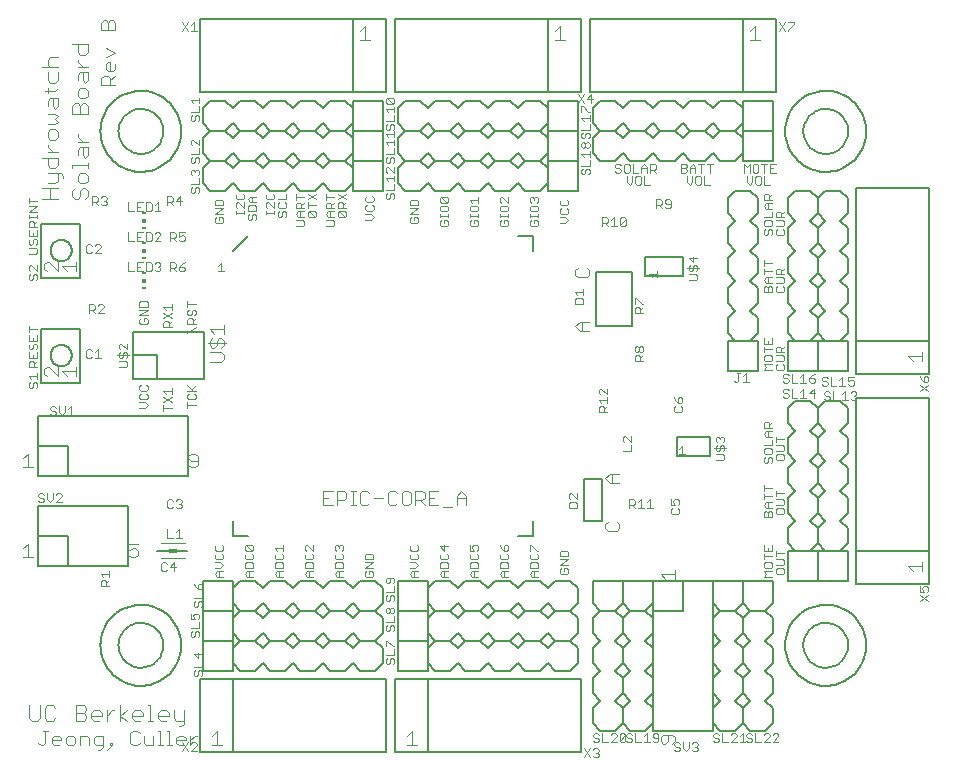
<source format=gto>
G75*
G70*
%OFA0B0*%
%FSLAX24Y24*%
%IPPOS*%
%LPD*%
%AMOC8*
5,1,8,0,0,1.08239X$1,22.5*
%
%ADD10C,0.0030*%
%ADD11C,0.0040*%
%ADD12C,0.0060*%
%ADD13C,0.0080*%
%ADD14C,0.0020*%
%ADD15C,0.0050*%
%ADD16R,0.0276X0.0118*%
%ADD17C,0.0028*%
%ADD18R,0.0118X0.0059*%
%ADD19R,0.0118X0.0118*%
D10*
X008461Y007714D02*
X008461Y007859D01*
X008509Y007907D01*
X008606Y007907D01*
X008654Y007859D01*
X008654Y007714D01*
X008654Y007810D02*
X008751Y007907D01*
X008751Y008008D02*
X008751Y008202D01*
X008751Y008105D02*
X008461Y008105D01*
X008557Y008008D01*
X008461Y007714D02*
X008751Y007714D01*
X010481Y008262D02*
X010529Y008214D01*
X010626Y008214D01*
X010674Y008262D01*
X010775Y008359D02*
X010969Y008359D01*
X010921Y008504D02*
X010775Y008359D01*
X010674Y008456D02*
X010626Y008504D01*
X010529Y008504D01*
X010481Y008456D01*
X010481Y008262D01*
X010921Y008214D02*
X010921Y008504D01*
X011561Y007796D02*
X011609Y007700D01*
X011706Y007603D01*
X011706Y007748D01*
X011754Y007796D01*
X011802Y007796D01*
X011851Y007748D01*
X011851Y007651D01*
X011802Y007603D01*
X011706Y007603D01*
X011851Y007502D02*
X011851Y007308D01*
X011561Y007308D01*
X011609Y007207D02*
X011561Y007159D01*
X011561Y007062D01*
X011609Y007014D01*
X011657Y007014D01*
X011706Y007062D01*
X011706Y007159D01*
X011754Y007207D01*
X011802Y007207D01*
X011851Y007159D01*
X011851Y007062D01*
X011802Y007014D01*
X011702Y006796D02*
X011751Y006748D01*
X011751Y006651D01*
X011702Y006603D01*
X011606Y006603D02*
X011557Y006700D01*
X011557Y006748D01*
X011606Y006796D01*
X011702Y006796D01*
X011606Y006603D02*
X011461Y006603D01*
X011461Y006796D01*
X011751Y006502D02*
X011751Y006308D01*
X011461Y006308D01*
X011509Y006207D02*
X011461Y006159D01*
X011461Y006062D01*
X011509Y006014D01*
X011557Y006014D01*
X011606Y006062D01*
X011606Y006159D01*
X011654Y006207D01*
X011702Y006207D01*
X011751Y006159D01*
X011751Y006062D01*
X011702Y006014D01*
X011706Y005496D02*
X011706Y005303D01*
X011561Y005448D01*
X011851Y005448D01*
X011851Y005202D02*
X011851Y005008D01*
X011561Y005008D01*
X011609Y004907D02*
X011561Y004859D01*
X011561Y004762D01*
X011609Y004714D01*
X011657Y004714D01*
X011706Y004762D01*
X011706Y004859D01*
X011754Y004907D01*
X011802Y004907D01*
X011851Y004859D01*
X011851Y004762D01*
X011802Y004714D01*
X011621Y002504D02*
X011524Y002504D01*
X011475Y002456D01*
X011374Y002504D02*
X011181Y002214D01*
X011374Y002214D02*
X011181Y002504D01*
X011475Y002214D02*
X011669Y002407D01*
X011669Y002456D01*
X011621Y002504D01*
X011669Y002214D02*
X011475Y002214D01*
X017961Y005162D02*
X018009Y005114D01*
X018057Y005114D01*
X018106Y005162D01*
X018106Y005259D01*
X018154Y005307D01*
X018202Y005307D01*
X018251Y005259D01*
X018251Y005162D01*
X018202Y005114D01*
X017961Y005162D02*
X017961Y005259D01*
X018009Y005307D01*
X017961Y005408D02*
X018251Y005408D01*
X018251Y005602D01*
X018251Y005703D02*
X018202Y005703D01*
X018009Y005896D01*
X017961Y005896D01*
X017961Y005703D01*
X018009Y006214D02*
X018057Y006214D01*
X018106Y006262D01*
X018106Y006359D01*
X018154Y006407D01*
X018202Y006407D01*
X018251Y006359D01*
X018251Y006262D01*
X018202Y006214D01*
X018009Y006214D02*
X017961Y006262D01*
X017961Y006359D01*
X018009Y006407D01*
X017961Y006508D02*
X018251Y006508D01*
X018251Y006702D01*
X018202Y006803D02*
X018154Y006803D01*
X018106Y006851D01*
X018106Y006948D01*
X018154Y006996D01*
X018202Y006996D01*
X018251Y006948D01*
X018251Y006851D01*
X018202Y006803D01*
X018106Y006851D02*
X018057Y006803D01*
X018009Y006803D01*
X017961Y006851D01*
X017961Y006948D01*
X018009Y006996D01*
X018057Y006996D01*
X018106Y006948D01*
X018057Y007214D02*
X018106Y007262D01*
X018106Y007359D01*
X018154Y007407D01*
X018202Y007407D01*
X018251Y007359D01*
X018251Y007262D01*
X018202Y007214D01*
X018057Y007214D02*
X018009Y007214D01*
X017961Y007262D01*
X017961Y007359D01*
X018009Y007407D01*
X017961Y007508D02*
X018251Y007508D01*
X018251Y007702D01*
X018202Y007803D02*
X018251Y007851D01*
X018251Y007948D01*
X018202Y007996D01*
X018009Y007996D01*
X017961Y007948D01*
X017961Y007851D01*
X018009Y007803D01*
X018057Y007803D01*
X018106Y007851D01*
X018106Y007996D01*
X017551Y008062D02*
X017551Y008159D01*
X017502Y008207D01*
X017406Y008207D01*
X017406Y008110D01*
X017502Y008014D02*
X017551Y008062D01*
X017502Y008014D02*
X017309Y008014D01*
X017261Y008062D01*
X017261Y008159D01*
X017309Y008207D01*
X017261Y008308D02*
X017551Y008502D01*
X017261Y008502D01*
X017261Y008603D02*
X017261Y008748D01*
X017309Y008796D01*
X017502Y008796D01*
X017551Y008748D01*
X017551Y008603D01*
X017261Y008603D01*
X017261Y008308D02*
X017551Y008308D01*
X016551Y008308D02*
X016551Y008454D01*
X016502Y008502D01*
X016309Y008502D01*
X016261Y008454D01*
X016261Y008308D01*
X016551Y008308D01*
X016551Y008207D02*
X016357Y008207D01*
X016261Y008110D01*
X016357Y008014D01*
X016551Y008014D01*
X016406Y008014D02*
X016406Y008207D01*
X016309Y008603D02*
X016502Y008603D01*
X016551Y008651D01*
X016551Y008748D01*
X016502Y008796D01*
X016502Y008898D02*
X016551Y008946D01*
X016551Y009043D01*
X016502Y009091D01*
X016454Y009091D01*
X016406Y009043D01*
X016406Y008994D01*
X016406Y009043D02*
X016357Y009091D01*
X016309Y009091D01*
X016261Y009043D01*
X016261Y008946D01*
X016309Y008898D01*
X016309Y008796D02*
X016261Y008748D01*
X016261Y008651D01*
X016309Y008603D01*
X015551Y008651D02*
X015551Y008748D01*
X015502Y008796D01*
X015551Y008898D02*
X015357Y009091D01*
X015309Y009091D01*
X015261Y009043D01*
X015261Y008946D01*
X015309Y008898D01*
X015309Y008796D02*
X015261Y008748D01*
X015261Y008651D01*
X015309Y008603D01*
X015502Y008603D01*
X015551Y008651D01*
X015502Y008502D02*
X015309Y008502D01*
X015261Y008454D01*
X015261Y008308D01*
X015551Y008308D01*
X015551Y008454D01*
X015502Y008502D01*
X015551Y008207D02*
X015357Y008207D01*
X015261Y008110D01*
X015357Y008014D01*
X015551Y008014D01*
X015406Y008014D02*
X015406Y008207D01*
X014551Y008207D02*
X014357Y008207D01*
X014261Y008110D01*
X014357Y008014D01*
X014551Y008014D01*
X014406Y008014D02*
X014406Y008207D01*
X014261Y008308D02*
X014551Y008308D01*
X014551Y008454D01*
X014502Y008502D01*
X014309Y008502D01*
X014261Y008454D01*
X014261Y008308D01*
X014309Y008603D02*
X014502Y008603D01*
X014551Y008651D01*
X014551Y008748D01*
X014502Y008796D01*
X014551Y008898D02*
X014551Y009091D01*
X014551Y008994D02*
X014261Y008994D01*
X014357Y008898D01*
X014309Y008796D02*
X014261Y008748D01*
X014261Y008651D01*
X014309Y008603D01*
X013551Y008651D02*
X013551Y008748D01*
X013502Y008796D01*
X013502Y008898D02*
X013309Y009091D01*
X013502Y009091D01*
X013551Y009043D01*
X013551Y008946D01*
X013502Y008898D01*
X013309Y008898D01*
X013261Y008946D01*
X013261Y009043D01*
X013309Y009091D01*
X013309Y008796D02*
X013261Y008748D01*
X013261Y008651D01*
X013309Y008603D01*
X013502Y008603D01*
X013551Y008651D01*
X013502Y008502D02*
X013309Y008502D01*
X013261Y008454D01*
X013261Y008308D01*
X013551Y008308D01*
X013551Y008454D01*
X013502Y008502D01*
X013551Y008207D02*
X013357Y008207D01*
X013261Y008110D01*
X013357Y008014D01*
X013551Y008014D01*
X013406Y008014D02*
X013406Y008207D01*
X012551Y008207D02*
X012357Y008207D01*
X012261Y008110D01*
X012357Y008014D01*
X012551Y008014D01*
X012406Y008014D02*
X012406Y008207D01*
X012454Y008308D02*
X012261Y008308D01*
X012454Y008308D02*
X012551Y008405D01*
X012454Y008502D01*
X012261Y008502D01*
X012309Y008603D02*
X012502Y008603D01*
X012551Y008651D01*
X012551Y008748D01*
X012502Y008796D01*
X012502Y008898D02*
X012309Y008898D01*
X012261Y008946D01*
X012261Y009043D01*
X012309Y009091D01*
X012502Y009091D02*
X012551Y009043D01*
X012551Y008946D01*
X012502Y008898D01*
X012309Y008796D02*
X012261Y008748D01*
X012261Y008651D01*
X012309Y008603D01*
X011169Y009314D02*
X010975Y009314D01*
X011072Y009314D02*
X011072Y009604D01*
X010975Y009507D01*
X010874Y009314D02*
X010681Y009314D01*
X010681Y009604D01*
X010729Y010314D02*
X010826Y010314D01*
X010874Y010362D01*
X010975Y010362D02*
X011024Y010314D01*
X011121Y010314D01*
X011169Y010362D01*
X011169Y010410D01*
X011121Y010459D01*
X011072Y010459D01*
X011121Y010459D02*
X011169Y010507D01*
X011169Y010556D01*
X011121Y010604D01*
X011024Y010604D01*
X010975Y010556D01*
X010874Y010556D02*
X010826Y010604D01*
X010729Y010604D01*
X010681Y010556D01*
X010681Y010362D01*
X010729Y010314D01*
X007164Y010514D02*
X006970Y010514D01*
X007164Y010707D01*
X007164Y010756D01*
X007115Y010804D01*
X007018Y010804D01*
X006970Y010756D01*
X006869Y010804D02*
X006869Y010610D01*
X006772Y010514D01*
X006675Y010610D01*
X006675Y010804D01*
X006574Y010756D02*
X006526Y010804D01*
X006429Y010804D01*
X006381Y010756D01*
X006381Y010707D01*
X006429Y010659D01*
X006526Y010659D01*
X006574Y010610D01*
X006574Y010562D01*
X006526Y010514D01*
X006429Y010514D01*
X006381Y010562D01*
X006829Y013414D02*
X006781Y013462D01*
X006829Y013414D02*
X006926Y013414D01*
X006974Y013462D01*
X006974Y013510D01*
X006926Y013559D01*
X006829Y013559D01*
X006781Y013607D01*
X006781Y013656D01*
X006829Y013704D01*
X006926Y013704D01*
X006974Y013656D01*
X007075Y013704D02*
X007075Y013510D01*
X007172Y013414D01*
X007269Y013510D01*
X007269Y013704D01*
X007370Y013607D02*
X007467Y013704D01*
X007467Y013414D01*
X007370Y013414D02*
X007564Y013414D01*
X006351Y014362D02*
X006302Y014314D01*
X006351Y014362D02*
X006351Y014459D01*
X006302Y014507D01*
X006254Y014507D01*
X006206Y014459D01*
X006206Y014362D01*
X006157Y014314D01*
X006109Y014314D01*
X006061Y014362D01*
X006061Y014459D01*
X006109Y014507D01*
X006157Y014608D02*
X006061Y014705D01*
X006351Y014705D01*
X006351Y014608D02*
X006351Y014802D01*
X006351Y015014D02*
X006061Y015014D01*
X006061Y015159D01*
X006109Y015207D01*
X006206Y015207D01*
X006254Y015159D01*
X006254Y015014D01*
X006254Y015110D02*
X006351Y015207D01*
X006351Y015308D02*
X006351Y015502D01*
X006302Y015603D02*
X006351Y015651D01*
X006351Y015748D01*
X006302Y015796D01*
X006254Y015796D01*
X006206Y015748D01*
X006206Y015651D01*
X006157Y015603D01*
X006109Y015603D01*
X006061Y015651D01*
X006061Y015748D01*
X006109Y015796D01*
X006061Y015898D02*
X006351Y015898D01*
X006351Y016091D01*
X006206Y015994D02*
X006206Y015898D01*
X006061Y015898D02*
X006061Y016091D01*
X006061Y016192D02*
X006061Y016386D01*
X006061Y016289D02*
X006351Y016289D01*
X006061Y015502D02*
X006061Y015308D01*
X006351Y015308D01*
X006206Y015308D02*
X006206Y015405D01*
X007981Y015362D02*
X008029Y015314D01*
X008126Y015314D01*
X008174Y015362D01*
X008275Y015314D02*
X008469Y015314D01*
X008372Y015314D02*
X008372Y015604D01*
X008275Y015507D01*
X008174Y015556D02*
X008126Y015604D01*
X008029Y015604D01*
X007981Y015556D01*
X007981Y015362D01*
X009012Y015405D02*
X009399Y015405D01*
X009351Y015357D02*
X009351Y015454D01*
X009302Y015502D01*
X009254Y015502D01*
X009206Y015454D01*
X009206Y015357D01*
X009157Y015308D01*
X009109Y015308D01*
X009061Y015357D01*
X009061Y015454D01*
X009109Y015502D01*
X009109Y015603D02*
X009061Y015651D01*
X009061Y015748D01*
X009109Y015796D01*
X009157Y015796D01*
X009351Y015603D01*
X009351Y015796D01*
X009351Y015357D02*
X009302Y015308D01*
X009302Y015207D02*
X009061Y015207D01*
X009061Y015014D02*
X009302Y015014D01*
X009351Y015062D01*
X009351Y015159D01*
X009302Y015207D01*
X009799Y014423D02*
X009751Y014374D01*
X009751Y014277D01*
X009799Y014229D01*
X009992Y014229D01*
X010041Y014277D01*
X010041Y014374D01*
X009992Y014423D01*
X009992Y014128D02*
X010041Y014080D01*
X010041Y013983D01*
X009992Y013934D01*
X009799Y013934D01*
X009751Y013983D01*
X009751Y014080D01*
X009799Y014128D01*
X009751Y013833D02*
X009944Y013833D01*
X010041Y013737D01*
X009944Y013640D01*
X009751Y013640D01*
X010551Y013637D02*
X010841Y013637D01*
X010841Y013834D02*
X010551Y014028D01*
X010647Y014129D02*
X010551Y014226D01*
X010841Y014226D01*
X010841Y014129D02*
X010841Y014323D01*
X010841Y014028D02*
X010551Y013834D01*
X010551Y013733D02*
X010551Y013540D01*
X011351Y013640D02*
X011351Y013833D01*
X011351Y013737D02*
X011641Y013737D01*
X011592Y013934D02*
X011399Y013934D01*
X011351Y013983D01*
X011351Y014080D01*
X011399Y014128D01*
X011351Y014229D02*
X011641Y014229D01*
X011544Y014229D02*
X011351Y014423D01*
X011496Y014277D02*
X011641Y014423D01*
X011592Y014128D02*
X011641Y014080D01*
X011641Y013983D01*
X011592Y013934D01*
X011351Y016145D02*
X011641Y016339D01*
X011641Y016440D02*
X011351Y016440D01*
X011351Y016585D01*
X011399Y016633D01*
X011496Y016633D01*
X011544Y016585D01*
X011544Y016440D01*
X011544Y016537D02*
X011641Y016633D01*
X011592Y016734D02*
X011641Y016783D01*
X011641Y016880D01*
X011592Y016928D01*
X011544Y016928D01*
X011496Y016880D01*
X011496Y016783D01*
X011447Y016734D01*
X011399Y016734D01*
X011351Y016783D01*
X011351Y016880D01*
X011399Y016928D01*
X011351Y017029D02*
X011351Y017223D01*
X011351Y017126D02*
X011641Y017126D01*
X010841Y017123D02*
X010841Y016929D01*
X010841Y017026D02*
X010551Y017026D01*
X010647Y016929D01*
X010551Y016828D02*
X010841Y016634D01*
X010841Y016533D02*
X010744Y016437D01*
X010744Y016485D02*
X010744Y016340D01*
X010841Y016340D02*
X010551Y016340D01*
X010551Y016485D01*
X010599Y016533D01*
X010696Y016533D01*
X010744Y016485D01*
X010551Y016634D02*
X010841Y016828D01*
X010041Y016734D02*
X009751Y016734D01*
X010041Y016928D01*
X009751Y016928D01*
X009751Y017029D02*
X009751Y017174D01*
X009799Y017223D01*
X009992Y017223D01*
X010041Y017174D01*
X010041Y017029D01*
X009751Y017029D01*
X009799Y016633D02*
X009751Y016585D01*
X009751Y016488D01*
X009799Y016440D01*
X009992Y016440D01*
X010041Y016488D01*
X010041Y016585D01*
X009992Y016633D01*
X009896Y016633D01*
X009896Y016537D01*
X008569Y016814D02*
X008375Y016814D01*
X008569Y017007D01*
X008569Y017056D01*
X008521Y017104D01*
X008424Y017104D01*
X008375Y017056D01*
X008274Y017056D02*
X008274Y016959D01*
X008226Y016910D01*
X008081Y016910D01*
X008081Y016814D02*
X008081Y017104D01*
X008226Y017104D01*
X008274Y017056D01*
X008178Y016910D02*
X008274Y016814D01*
X009381Y018214D02*
X009574Y018214D01*
X009675Y018214D02*
X009869Y018214D01*
X009970Y018214D02*
X009970Y018504D01*
X010115Y018504D01*
X010164Y018456D01*
X010164Y018262D01*
X010115Y018214D01*
X009970Y018214D01*
X009772Y018359D02*
X009675Y018359D01*
X009675Y018504D02*
X009675Y018214D01*
X009675Y018504D02*
X009869Y018504D01*
X010265Y018456D02*
X010313Y018504D01*
X010410Y018504D01*
X010458Y018456D01*
X010458Y018407D01*
X010410Y018359D01*
X010458Y018310D01*
X010458Y018262D01*
X010410Y018214D01*
X010313Y018214D01*
X010265Y018262D01*
X010361Y018359D02*
X010410Y018359D01*
X010781Y018310D02*
X010926Y018310D01*
X010974Y018359D01*
X010974Y018456D01*
X010926Y018504D01*
X010781Y018504D01*
X010781Y018214D01*
X010878Y018310D02*
X010974Y018214D01*
X011075Y018262D02*
X011124Y018214D01*
X011221Y018214D01*
X011269Y018262D01*
X011269Y018310D01*
X011221Y018359D01*
X011075Y018359D01*
X011075Y018262D01*
X011075Y018359D02*
X011172Y018456D01*
X011269Y018504D01*
X011221Y019214D02*
X011124Y019214D01*
X011075Y019262D01*
X011075Y019359D02*
X011172Y019407D01*
X011221Y019407D01*
X011269Y019359D01*
X011269Y019262D01*
X011221Y019214D01*
X011075Y019359D02*
X011075Y019504D01*
X011269Y019504D01*
X010974Y019456D02*
X010974Y019359D01*
X010926Y019310D01*
X010781Y019310D01*
X010781Y019214D02*
X010781Y019504D01*
X010926Y019504D01*
X010974Y019456D01*
X010878Y019310D02*
X010974Y019214D01*
X010458Y019214D02*
X010265Y019214D01*
X010458Y019407D01*
X010458Y019456D01*
X010410Y019504D01*
X010313Y019504D01*
X010265Y019456D01*
X010164Y019456D02*
X010115Y019504D01*
X009970Y019504D01*
X009970Y019214D01*
X010115Y019214D01*
X010164Y019262D01*
X010164Y019456D01*
X009869Y019504D02*
X009675Y019504D01*
X009675Y019214D01*
X009869Y019214D01*
X009772Y019359D02*
X009675Y019359D01*
X009574Y019214D02*
X009381Y019214D01*
X009381Y019504D01*
X009381Y020214D02*
X009574Y020214D01*
X009675Y020214D02*
X009869Y020214D01*
X009970Y020214D02*
X009970Y020504D01*
X010115Y020504D01*
X010164Y020456D01*
X010164Y020262D01*
X010115Y020214D01*
X009970Y020214D01*
X009772Y020359D02*
X009675Y020359D01*
X009675Y020504D02*
X009675Y020214D01*
X009675Y020504D02*
X009869Y020504D01*
X010265Y020407D02*
X010361Y020504D01*
X010361Y020214D01*
X010265Y020214D02*
X010458Y020214D01*
X010681Y020414D02*
X010681Y020704D01*
X010826Y020704D01*
X010874Y020656D01*
X010874Y020559D01*
X010826Y020510D01*
X010681Y020510D01*
X010778Y020510D02*
X010874Y020414D01*
X010975Y020559D02*
X011169Y020559D01*
X011121Y020704D02*
X010975Y020559D01*
X011121Y020414D02*
X011121Y020704D01*
X011461Y020862D02*
X011461Y020959D01*
X011509Y021007D01*
X011606Y020959D02*
X011606Y020862D01*
X011557Y020814D01*
X011509Y020814D01*
X011461Y020862D01*
X011606Y020959D02*
X011654Y021007D01*
X011702Y021007D01*
X011751Y020959D01*
X011751Y020862D01*
X011702Y020814D01*
X011751Y021108D02*
X011461Y021108D01*
X011751Y021108D02*
X011751Y021302D01*
X011702Y021403D02*
X011751Y021451D01*
X011751Y021548D01*
X011702Y021596D01*
X011654Y021596D01*
X011606Y021548D01*
X011606Y021500D01*
X011606Y021548D02*
X011557Y021596D01*
X011509Y021596D01*
X011461Y021548D01*
X011461Y021451D01*
X011509Y021403D01*
X011509Y021814D02*
X011557Y021814D01*
X011606Y021862D01*
X011606Y021959D01*
X011654Y022007D01*
X011702Y022007D01*
X011751Y021959D01*
X011751Y021862D01*
X011702Y021814D01*
X011509Y021814D02*
X011461Y021862D01*
X011461Y021959D01*
X011509Y022007D01*
X011461Y022108D02*
X011751Y022108D01*
X011751Y022302D01*
X011751Y022403D02*
X011557Y022596D01*
X011509Y022596D01*
X011461Y022548D01*
X011461Y022451D01*
X011509Y022403D01*
X011751Y022403D02*
X011751Y022596D01*
X011702Y023214D02*
X011751Y023262D01*
X011751Y023359D01*
X011702Y023407D01*
X011654Y023407D01*
X011606Y023359D01*
X011606Y023262D01*
X011557Y023214D01*
X011509Y023214D01*
X011461Y023262D01*
X011461Y023359D01*
X011509Y023407D01*
X011461Y023508D02*
X011751Y023508D01*
X011751Y023702D01*
X011751Y023803D02*
X011751Y023996D01*
X011751Y023900D02*
X011461Y023900D01*
X011557Y023803D01*
X011572Y026214D02*
X011572Y026504D01*
X011475Y026407D01*
X011374Y026504D02*
X011181Y026214D01*
X011374Y026214D02*
X011181Y026504D01*
X011475Y026214D02*
X011669Y026214D01*
X017961Y023943D02*
X018009Y023991D01*
X018202Y023798D01*
X018251Y023846D01*
X018251Y023943D01*
X018202Y023991D01*
X018009Y023991D01*
X017961Y023943D02*
X017961Y023846D01*
X018009Y023798D01*
X018202Y023798D01*
X018251Y023696D02*
X018251Y023503D01*
X018251Y023600D02*
X017961Y023600D01*
X018057Y023503D01*
X018251Y023402D02*
X018251Y023208D01*
X017961Y023208D01*
X018009Y023107D02*
X017961Y023059D01*
X017961Y022962D01*
X018009Y022914D01*
X018057Y022914D01*
X018106Y022962D01*
X018106Y023059D01*
X018154Y023107D01*
X018202Y023107D01*
X018251Y023059D01*
X018251Y022962D01*
X018202Y022914D01*
X018251Y022891D02*
X018251Y022698D01*
X018251Y022794D02*
X017961Y022794D01*
X018057Y022698D01*
X018251Y022596D02*
X018251Y022403D01*
X018251Y022500D02*
X017961Y022500D01*
X018057Y022403D01*
X018251Y022302D02*
X018251Y022108D01*
X017961Y022108D01*
X018009Y022007D02*
X017961Y021959D01*
X017961Y021862D01*
X018009Y021814D01*
X018057Y021814D01*
X018106Y021862D01*
X018106Y021959D01*
X018154Y022007D01*
X018202Y022007D01*
X018251Y021959D01*
X018251Y021862D01*
X018202Y021814D01*
X018251Y021691D02*
X018251Y021498D01*
X018057Y021691D01*
X018009Y021691D01*
X017961Y021643D01*
X017961Y021546D01*
X018009Y021498D01*
X017961Y021300D02*
X018251Y021300D01*
X018251Y021396D02*
X018251Y021203D01*
X018251Y021102D02*
X018251Y020908D01*
X017961Y020908D01*
X018009Y020807D02*
X017961Y020759D01*
X017961Y020662D01*
X018009Y020614D01*
X018057Y020614D01*
X018106Y020662D01*
X018106Y020759D01*
X018154Y020807D01*
X018202Y020807D01*
X018251Y020759D01*
X018251Y020662D01*
X018202Y020614D01*
X017571Y020567D02*
X017571Y020664D01*
X017522Y020713D01*
X017571Y020567D02*
X017522Y020519D01*
X017329Y020519D01*
X017281Y020567D01*
X017281Y020664D01*
X017329Y020713D01*
X017329Y020418D02*
X017281Y020370D01*
X017281Y020273D01*
X017329Y020224D01*
X017522Y020224D01*
X017571Y020273D01*
X017571Y020370D01*
X017522Y020418D01*
X017474Y020123D02*
X017281Y020123D01*
X017474Y020123D02*
X017571Y020027D01*
X017474Y019930D01*
X017281Y019930D01*
X016651Y020062D02*
X016602Y020014D01*
X016409Y020207D01*
X016602Y020207D01*
X016651Y020159D01*
X016651Y020062D01*
X016602Y020014D02*
X016409Y020014D01*
X016361Y020062D01*
X016361Y020159D01*
X016409Y020207D01*
X016361Y020308D02*
X016361Y020454D01*
X016409Y020502D01*
X016506Y020502D01*
X016554Y020454D01*
X016554Y020308D01*
X016651Y020308D02*
X016361Y020308D01*
X016251Y020303D02*
X015961Y020303D01*
X015961Y020448D01*
X016009Y020496D01*
X016106Y020496D01*
X016154Y020448D01*
X016154Y020303D01*
X016154Y020400D02*
X016251Y020496D01*
X016361Y020603D02*
X016651Y020796D01*
X016651Y020603D02*
X016361Y020796D01*
X016251Y020694D02*
X015961Y020694D01*
X015961Y020598D02*
X015961Y020791D01*
X015651Y020796D02*
X015361Y020603D01*
X015361Y020502D02*
X015361Y020308D01*
X015361Y020405D02*
X015651Y020405D01*
X015651Y020603D02*
X015361Y020796D01*
X015251Y020694D02*
X014961Y020694D01*
X014961Y020598D02*
X014961Y020791D01*
X015009Y020496D02*
X015106Y020496D01*
X015154Y020448D01*
X015154Y020303D01*
X015154Y020400D02*
X015251Y020496D01*
X015251Y020303D02*
X014961Y020303D01*
X014961Y020448D01*
X015009Y020496D01*
X015057Y020202D02*
X015251Y020202D01*
X015361Y020159D02*
X015409Y020207D01*
X015602Y020014D01*
X015651Y020062D01*
X015651Y020159D01*
X015602Y020207D01*
X015409Y020207D01*
X015361Y020159D02*
X015361Y020062D01*
X015409Y020014D01*
X015602Y020014D01*
X015251Y020008D02*
X015057Y020008D01*
X014961Y020105D01*
X015057Y020202D01*
X015106Y020202D02*
X015106Y020008D01*
X015202Y019907D02*
X014961Y019907D01*
X014961Y019714D02*
X015202Y019714D01*
X015251Y019762D01*
X015251Y019859D01*
X015202Y019907D01*
X014651Y020062D02*
X014602Y020014D01*
X014651Y020062D02*
X014651Y020159D01*
X014602Y020207D01*
X014554Y020207D01*
X014506Y020159D01*
X014506Y020062D01*
X014457Y020014D01*
X014409Y020014D01*
X014361Y020062D01*
X014361Y020159D01*
X014409Y020207D01*
X014409Y020308D02*
X014602Y020308D01*
X014651Y020357D01*
X014651Y020454D01*
X014602Y020502D01*
X014651Y020603D02*
X014651Y020796D01*
X014651Y020603D02*
X014361Y020603D01*
X014409Y020502D02*
X014361Y020454D01*
X014361Y020357D01*
X014409Y020308D01*
X014251Y020310D02*
X014057Y020504D01*
X014009Y020504D01*
X013961Y020455D01*
X013961Y020359D01*
X014009Y020310D01*
X013961Y020210D02*
X013961Y020114D01*
X013961Y020162D02*
X014251Y020162D01*
X014251Y020114D02*
X014251Y020210D01*
X014251Y020310D02*
X014251Y020504D01*
X014202Y020605D02*
X014251Y020653D01*
X014251Y020750D01*
X014202Y020798D01*
X014009Y020798D02*
X013961Y020750D01*
X013961Y020653D01*
X014009Y020605D01*
X014202Y020605D01*
X013651Y020696D02*
X013457Y020696D01*
X013361Y020600D01*
X013457Y020503D01*
X013651Y020503D01*
X013602Y020402D02*
X013409Y020402D01*
X013361Y020354D01*
X013361Y020208D01*
X013651Y020208D01*
X013651Y020354D01*
X013602Y020402D01*
X013506Y020503D02*
X013506Y020696D01*
X013251Y020653D02*
X013251Y020750D01*
X013202Y020798D01*
X013251Y020653D02*
X013202Y020605D01*
X013009Y020605D01*
X012961Y020653D01*
X012961Y020750D01*
X013009Y020798D01*
X013009Y020504D02*
X012961Y020455D01*
X012961Y020359D01*
X013009Y020310D01*
X012961Y020210D02*
X012961Y020114D01*
X012961Y020162D02*
X013251Y020162D01*
X013251Y020114D02*
X013251Y020210D01*
X013251Y020310D02*
X013057Y020504D01*
X013009Y020504D01*
X013251Y020504D02*
X013251Y020310D01*
X013409Y020107D02*
X013361Y020059D01*
X013361Y019962D01*
X013409Y019914D01*
X013457Y019914D01*
X013506Y019962D01*
X013506Y020059D01*
X013554Y020107D01*
X013602Y020107D01*
X013651Y020059D01*
X013651Y019962D01*
X013602Y019914D01*
X012551Y019959D02*
X012502Y020007D01*
X012406Y020007D01*
X012406Y019910D01*
X012502Y019814D02*
X012551Y019862D01*
X012551Y019959D01*
X012551Y020108D02*
X012261Y020108D01*
X012551Y020302D01*
X012261Y020302D01*
X012261Y020403D02*
X012261Y020548D01*
X012309Y020596D01*
X012502Y020596D01*
X012551Y020548D01*
X012551Y020403D01*
X012261Y020403D01*
X012309Y020007D02*
X012261Y019959D01*
X012261Y019862D01*
X012309Y019814D01*
X012502Y019814D01*
X009381Y020214D02*
X009381Y020504D01*
X008669Y020510D02*
X008669Y020462D01*
X008621Y020414D01*
X008524Y020414D01*
X008475Y020462D01*
X008374Y020414D02*
X008278Y020510D01*
X008326Y020510D02*
X008181Y020510D01*
X008181Y020414D02*
X008181Y020704D01*
X008326Y020704D01*
X008374Y020656D01*
X008374Y020559D01*
X008326Y020510D01*
X008475Y020656D02*
X008524Y020704D01*
X008621Y020704D01*
X008669Y020656D01*
X008669Y020607D01*
X008621Y020559D01*
X008669Y020510D01*
X008621Y020559D02*
X008572Y020559D01*
X008421Y019104D02*
X008324Y019104D01*
X008275Y019056D01*
X008174Y019056D02*
X008126Y019104D01*
X008029Y019104D01*
X007981Y019056D01*
X007981Y018862D01*
X008029Y018814D01*
X008126Y018814D01*
X008174Y018862D01*
X008275Y018814D02*
X008469Y019007D01*
X008469Y019056D01*
X008421Y019104D01*
X008469Y018814D02*
X008275Y018814D01*
X009381Y018504D02*
X009381Y018214D01*
X006351Y018208D02*
X006157Y018402D01*
X006109Y018402D01*
X006061Y018354D01*
X006061Y018257D01*
X006109Y018208D01*
X006109Y018107D02*
X006061Y018059D01*
X006061Y017962D01*
X006109Y017914D01*
X006157Y017914D01*
X006206Y017962D01*
X006206Y018059D01*
X006254Y018107D01*
X006302Y018107D01*
X006351Y018059D01*
X006351Y017962D01*
X006302Y017914D01*
X006351Y018208D02*
X006351Y018402D01*
X006302Y018798D02*
X006351Y018846D01*
X006351Y018943D01*
X006302Y018991D01*
X006061Y018991D01*
X006109Y019092D02*
X006157Y019092D01*
X006206Y019141D01*
X006206Y019237D01*
X006254Y019286D01*
X006302Y019286D01*
X006351Y019237D01*
X006351Y019141D01*
X006302Y019092D01*
X006109Y019092D02*
X006061Y019141D01*
X006061Y019237D01*
X006109Y019286D01*
X006061Y019387D02*
X006351Y019387D01*
X006351Y019580D01*
X006351Y019682D02*
X006061Y019682D01*
X006061Y019827D01*
X006109Y019875D01*
X006206Y019875D01*
X006254Y019827D01*
X006254Y019682D01*
X006254Y019778D02*
X006351Y019875D01*
X006351Y019976D02*
X006351Y020073D01*
X006351Y020025D02*
X006061Y020025D01*
X006061Y020073D02*
X006061Y019976D01*
X006061Y020173D02*
X006351Y020366D01*
X006061Y020366D01*
X006061Y020467D02*
X006061Y020661D01*
X006061Y020564D02*
X006351Y020564D01*
X006351Y020173D02*
X006061Y020173D01*
X006061Y019580D02*
X006061Y019387D01*
X006206Y019387D02*
X006206Y019484D01*
X006302Y018798D02*
X006061Y018798D01*
X015961Y019714D02*
X016202Y019714D01*
X016251Y019762D01*
X016251Y019859D01*
X016202Y019907D01*
X015961Y019907D01*
X016057Y020008D02*
X015961Y020105D01*
X016057Y020202D01*
X016251Y020202D01*
X016106Y020202D02*
X016106Y020008D01*
X016057Y020008D02*
X016251Y020008D01*
X016554Y020405D02*
X016651Y020502D01*
X017961Y021300D02*
X018057Y021203D01*
X018761Y020548D02*
X018761Y020403D01*
X019051Y020403D01*
X019051Y020548D01*
X019002Y020596D01*
X018809Y020596D01*
X018761Y020548D01*
X018761Y020302D02*
X019051Y020302D01*
X018761Y020108D01*
X019051Y020108D01*
X019002Y020007D02*
X018906Y020007D01*
X018906Y019910D01*
X019002Y019814D02*
X019051Y019862D01*
X019051Y019959D01*
X019002Y020007D01*
X018809Y020007D02*
X018761Y019959D01*
X018761Y019862D01*
X018809Y019814D01*
X019002Y019814D01*
X019761Y019859D02*
X019761Y019762D01*
X019809Y019714D01*
X020002Y019714D01*
X020051Y019762D01*
X020051Y019859D01*
X020002Y019907D01*
X019906Y019907D01*
X019906Y019810D01*
X019809Y019907D02*
X019761Y019859D01*
X019761Y020008D02*
X019761Y020105D01*
X019761Y020057D02*
X020051Y020057D01*
X020051Y020105D02*
X020051Y020008D01*
X020002Y020205D02*
X019809Y020205D01*
X019761Y020253D01*
X019761Y020350D01*
X019809Y020398D01*
X020002Y020398D01*
X020051Y020350D01*
X020051Y020253D01*
X020002Y020205D01*
X020002Y020499D02*
X019809Y020499D01*
X019761Y020548D01*
X019761Y020645D01*
X019809Y020693D01*
X020002Y020499D01*
X020051Y020548D01*
X020051Y020645D01*
X020002Y020693D01*
X019809Y020693D01*
X020761Y020596D02*
X021051Y020596D01*
X021051Y020499D02*
X021051Y020693D01*
X020857Y020499D02*
X020761Y020596D01*
X020809Y020398D02*
X020761Y020350D01*
X020761Y020253D01*
X020809Y020205D01*
X021002Y020205D01*
X021051Y020253D01*
X021051Y020350D01*
X021002Y020398D01*
X020809Y020398D01*
X020761Y020105D02*
X020761Y020008D01*
X020761Y020057D02*
X021051Y020057D01*
X021051Y020105D02*
X021051Y020008D01*
X021002Y019907D02*
X020906Y019907D01*
X020906Y019810D01*
X021002Y019714D02*
X021051Y019762D01*
X021051Y019859D01*
X021002Y019907D01*
X020809Y019907D02*
X020761Y019859D01*
X020761Y019762D01*
X020809Y019714D01*
X021002Y019714D01*
X021761Y019762D02*
X021809Y019714D01*
X022002Y019714D01*
X022051Y019762D01*
X022051Y019859D01*
X022002Y019907D01*
X021906Y019907D01*
X021906Y019810D01*
X021809Y019907D02*
X021761Y019859D01*
X021761Y019762D01*
X021761Y020008D02*
X021761Y020105D01*
X021761Y020057D02*
X022051Y020057D01*
X022051Y020105D02*
X022051Y020008D01*
X022002Y020205D02*
X021809Y020205D01*
X021761Y020253D01*
X021761Y020350D01*
X021809Y020398D01*
X022002Y020398D01*
X022051Y020350D01*
X022051Y020253D01*
X022002Y020205D01*
X022051Y020499D02*
X021857Y020693D01*
X021809Y020693D01*
X021761Y020645D01*
X021761Y020548D01*
X021809Y020499D01*
X022051Y020499D02*
X022051Y020693D01*
X022761Y020645D02*
X022761Y020548D01*
X022809Y020499D01*
X022809Y020398D02*
X022761Y020350D01*
X022761Y020253D01*
X022809Y020205D01*
X023002Y020205D01*
X023051Y020253D01*
X023051Y020350D01*
X023002Y020398D01*
X022809Y020398D01*
X023002Y020499D02*
X023051Y020548D01*
X023051Y020645D01*
X023002Y020693D01*
X022954Y020693D01*
X022906Y020645D01*
X022906Y020596D01*
X022906Y020645D02*
X022857Y020693D01*
X022809Y020693D01*
X022761Y020645D01*
X022761Y020105D02*
X022761Y020008D01*
X022761Y020057D02*
X023051Y020057D01*
X023051Y020105D02*
X023051Y020008D01*
X023002Y019907D02*
X022906Y019907D01*
X022906Y019810D01*
X023002Y019714D02*
X023051Y019762D01*
X023051Y019859D01*
X023002Y019907D01*
X022809Y019907D02*
X022761Y019859D01*
X022761Y019762D01*
X022809Y019714D01*
X023002Y019714D01*
X023761Y019814D02*
X023954Y019814D01*
X024051Y019910D01*
X023954Y020007D01*
X023761Y020007D01*
X023809Y020108D02*
X024002Y020108D01*
X024051Y020157D01*
X024051Y020254D01*
X024002Y020302D01*
X024002Y020403D02*
X023809Y020403D01*
X023761Y020451D01*
X023761Y020548D01*
X023809Y020596D01*
X024002Y020596D02*
X024051Y020548D01*
X024051Y020451D01*
X024002Y020403D01*
X023809Y020302D02*
X023761Y020254D01*
X023761Y020157D01*
X023809Y020108D01*
X025181Y020004D02*
X025181Y019714D01*
X025181Y019810D02*
X025326Y019810D01*
X025374Y019859D01*
X025374Y019956D01*
X025326Y020004D01*
X025181Y020004D01*
X025278Y019810D02*
X025374Y019714D01*
X025475Y019714D02*
X025669Y019714D01*
X025572Y019714D02*
X025572Y020004D01*
X025475Y019907D01*
X025770Y019956D02*
X025818Y020004D01*
X025915Y020004D01*
X025964Y019956D01*
X025770Y019762D01*
X025818Y019714D01*
X025915Y019714D01*
X025964Y019762D01*
X025964Y019956D01*
X025770Y019956D02*
X025770Y019762D01*
X026981Y020314D02*
X026981Y020604D01*
X027126Y020604D01*
X027174Y020556D01*
X027174Y020459D01*
X027126Y020410D01*
X026981Y020410D01*
X027078Y020410D02*
X027174Y020314D01*
X027275Y020362D02*
X027324Y020314D01*
X027421Y020314D01*
X027469Y020362D01*
X027469Y020556D01*
X027421Y020604D01*
X027324Y020604D01*
X027275Y020556D01*
X027275Y020507D01*
X027324Y020459D01*
X027469Y020459D01*
X028094Y021094D02*
X028190Y021190D01*
X028190Y021384D01*
X028292Y021336D02*
X028292Y021142D01*
X028340Y021094D01*
X028437Y021094D01*
X028485Y021142D01*
X028485Y021336D01*
X028437Y021384D01*
X028340Y021384D01*
X028292Y021336D01*
X028290Y021494D02*
X028290Y021687D01*
X028194Y021784D01*
X028097Y021687D01*
X028097Y021494D01*
X027996Y021542D02*
X027947Y021494D01*
X027802Y021494D01*
X027802Y021784D01*
X027947Y021784D01*
X027996Y021736D01*
X027996Y021687D01*
X027947Y021639D01*
X027802Y021639D01*
X027947Y021639D02*
X027996Y021590D01*
X027996Y021542D01*
X028097Y021639D02*
X028290Y021639D01*
X028392Y021784D02*
X028585Y021784D01*
X028488Y021784D02*
X028488Y021494D01*
X028586Y021384D02*
X028586Y021094D01*
X028780Y021094D01*
X028783Y021494D02*
X028783Y021784D01*
X028686Y021784D02*
X028880Y021784D01*
X027997Y021384D02*
X027997Y021190D01*
X028094Y021094D01*
X026980Y021494D02*
X026883Y021590D01*
X026931Y021590D02*
X026786Y021590D01*
X026786Y021494D02*
X026786Y021784D01*
X026931Y021784D01*
X026980Y021736D01*
X026980Y021639D01*
X026931Y021590D01*
X026685Y021639D02*
X026492Y021639D01*
X026492Y021687D02*
X026588Y021784D01*
X026685Y021687D01*
X026685Y021494D01*
X026586Y021384D02*
X026586Y021094D01*
X026780Y021094D01*
X026485Y021142D02*
X026485Y021336D01*
X026437Y021384D01*
X026340Y021384D01*
X026292Y021336D01*
X026292Y021142D01*
X026340Y021094D01*
X026437Y021094D01*
X026485Y021142D01*
X026190Y021190D02*
X026190Y021384D01*
X026197Y021494D02*
X026390Y021494D01*
X026492Y021494D02*
X026492Y021687D01*
X026197Y021784D02*
X026197Y021494D01*
X026096Y021542D02*
X026096Y021736D01*
X026047Y021784D01*
X025951Y021784D01*
X025902Y021736D01*
X025902Y021542D01*
X025951Y021494D01*
X026047Y021494D01*
X026096Y021542D01*
X025997Y021384D02*
X025997Y021190D01*
X026094Y021094D01*
X026190Y021190D01*
X025801Y021542D02*
X025753Y021494D01*
X025656Y021494D01*
X025608Y021542D01*
X025656Y021639D02*
X025753Y021639D01*
X025801Y021590D01*
X025801Y021542D01*
X025656Y021639D02*
X025608Y021687D01*
X025608Y021736D01*
X025656Y021784D01*
X025753Y021784D01*
X025801Y021736D01*
X024771Y021730D02*
X024771Y021923D01*
X024771Y022024D02*
X024771Y022218D01*
X024771Y022121D02*
X024481Y022121D01*
X024577Y022024D01*
X024577Y022319D02*
X024529Y022319D01*
X024481Y022367D01*
X024481Y022464D01*
X024529Y022513D01*
X024577Y022513D01*
X024626Y022464D01*
X024626Y022367D01*
X024577Y022319D01*
X024626Y022367D02*
X024674Y022319D01*
X024722Y022319D01*
X024771Y022367D01*
X024771Y022464D01*
X024722Y022513D01*
X024674Y022513D01*
X024626Y022464D01*
X024577Y022635D02*
X024626Y022684D01*
X024626Y022780D01*
X024674Y022829D01*
X024722Y022829D01*
X024771Y022780D01*
X024771Y022684D01*
X024722Y022635D01*
X024577Y022635D02*
X024529Y022635D01*
X024481Y022684D01*
X024481Y022780D01*
X024529Y022829D01*
X024481Y022930D02*
X024771Y022930D01*
X024771Y023123D01*
X024771Y023224D02*
X024771Y023418D01*
X024771Y023321D02*
X024481Y023321D01*
X024577Y023224D01*
X024481Y023519D02*
X024481Y023713D01*
X024529Y023713D01*
X024722Y023519D01*
X024771Y023519D01*
X024821Y023814D02*
X024821Y024104D01*
X024675Y023959D01*
X024869Y023959D01*
X024574Y024104D02*
X024381Y023814D01*
X024574Y023814D02*
X024381Y024104D01*
X024481Y021730D02*
X024771Y021730D01*
X024722Y021629D02*
X024771Y021580D01*
X024771Y021484D01*
X024722Y021435D01*
X024626Y021484D02*
X024626Y021580D01*
X024674Y021629D01*
X024722Y021629D01*
X024626Y021484D02*
X024577Y021435D01*
X024529Y021435D01*
X024481Y021484D01*
X024481Y021580D01*
X024529Y021629D01*
X028061Y018648D02*
X028206Y018503D01*
X028206Y018696D01*
X028351Y018648D02*
X028061Y018648D01*
X028109Y018402D02*
X028061Y018354D01*
X028061Y018257D01*
X028109Y018208D01*
X028157Y018208D01*
X028206Y018257D01*
X028206Y018354D01*
X028254Y018402D01*
X028302Y018402D01*
X028351Y018354D01*
X028351Y018257D01*
X028302Y018208D01*
X028302Y018107D02*
X028061Y018107D01*
X028061Y017914D02*
X028302Y017914D01*
X028351Y017962D01*
X028351Y018059D01*
X028302Y018107D01*
X028399Y018305D02*
X028012Y018305D01*
X027021Y018213D02*
X027021Y018019D01*
X027021Y018116D02*
X026731Y018116D01*
X026827Y018019D01*
X026309Y017302D02*
X026502Y017108D01*
X026551Y017108D01*
X026551Y017007D02*
X026454Y016910D01*
X026454Y016959D02*
X026454Y016814D01*
X026551Y016814D02*
X026261Y016814D01*
X026261Y016959D01*
X026309Y017007D01*
X026406Y017007D01*
X026454Y016959D01*
X026261Y017108D02*
X026261Y017302D01*
X026309Y017302D01*
X024551Y017259D02*
X024551Y017114D01*
X024261Y017114D01*
X024261Y017259D01*
X024309Y017307D01*
X024502Y017307D01*
X024551Y017259D01*
X024551Y017408D02*
X024551Y017602D01*
X024551Y017505D02*
X024261Y017505D01*
X024357Y017408D01*
X026261Y015654D02*
X026309Y015702D01*
X026357Y015702D01*
X026406Y015654D01*
X026406Y015557D01*
X026357Y015508D01*
X026309Y015508D01*
X026261Y015557D01*
X026261Y015654D01*
X026406Y015654D02*
X026454Y015702D01*
X026502Y015702D01*
X026551Y015654D01*
X026551Y015557D01*
X026502Y015508D01*
X026454Y015508D01*
X026406Y015557D01*
X026406Y015407D02*
X026309Y015407D01*
X026261Y015359D01*
X026261Y015214D01*
X026551Y015214D01*
X026454Y015214D02*
X026454Y015359D01*
X026406Y015407D01*
X026454Y015310D02*
X026551Y015407D01*
X025351Y014296D02*
X025351Y014103D01*
X025157Y014296D01*
X025109Y014296D01*
X025061Y014248D01*
X025061Y014151D01*
X025109Y014103D01*
X025061Y013905D02*
X025351Y013905D01*
X025351Y013808D02*
X025351Y014002D01*
X025157Y013808D02*
X025061Y013905D01*
X025109Y013707D02*
X025206Y013707D01*
X025254Y013659D01*
X025254Y013514D01*
X025254Y013610D02*
X025351Y013707D01*
X025351Y013514D02*
X025061Y013514D01*
X025061Y013659D01*
X025109Y013707D01*
X025909Y012702D02*
X025861Y012654D01*
X025861Y012557D01*
X025909Y012508D01*
X025909Y012702D02*
X025957Y012702D01*
X026151Y012508D01*
X026151Y012702D01*
X026151Y012407D02*
X026151Y012214D01*
X025861Y012214D01*
X026081Y010604D02*
X026226Y010604D01*
X026274Y010556D01*
X026274Y010459D01*
X026226Y010410D01*
X026081Y010410D01*
X026081Y010314D02*
X026081Y010604D01*
X026178Y010410D02*
X026274Y010314D01*
X026375Y010314D02*
X026569Y010314D01*
X026472Y010314D02*
X026472Y010604D01*
X026375Y010507D01*
X026670Y010507D02*
X026767Y010604D01*
X026767Y010314D01*
X026670Y010314D02*
X026864Y010314D01*
X027461Y010259D02*
X027461Y010162D01*
X027509Y010114D01*
X027702Y010114D01*
X027751Y010162D01*
X027751Y010259D01*
X027702Y010307D01*
X027702Y010408D02*
X027751Y010457D01*
X027751Y010554D01*
X027702Y010602D01*
X027606Y010602D01*
X027557Y010554D01*
X027557Y010505D01*
X027606Y010408D01*
X027461Y010408D01*
X027461Y010602D01*
X027509Y010307D02*
X027461Y010259D01*
X028961Y011914D02*
X029202Y011914D01*
X029251Y011962D01*
X029251Y012059D01*
X029202Y012107D01*
X028961Y012107D01*
X029009Y012208D02*
X028961Y012257D01*
X028961Y012354D01*
X029009Y012402D01*
X029009Y012503D02*
X028961Y012551D01*
X028961Y012648D01*
X029009Y012696D01*
X029057Y012696D01*
X029106Y012648D01*
X029154Y012696D01*
X029202Y012696D01*
X029251Y012648D01*
X029251Y012551D01*
X029202Y012503D01*
X029202Y012402D02*
X029154Y012402D01*
X029106Y012354D01*
X029106Y012257D01*
X029057Y012208D01*
X029009Y012208D01*
X028912Y012305D02*
X029299Y012305D01*
X029251Y012257D02*
X029251Y012354D01*
X029202Y012402D01*
X029251Y012257D02*
X029202Y012208D01*
X029106Y012600D02*
X029106Y012648D01*
X027944Y012104D02*
X027751Y012104D01*
X027848Y012104D02*
X027848Y012394D01*
X027751Y012297D01*
X027802Y013514D02*
X027851Y013562D01*
X027851Y013659D01*
X027802Y013707D01*
X027802Y013808D02*
X027851Y013857D01*
X027851Y013954D01*
X027802Y014002D01*
X027754Y014002D01*
X027706Y013954D01*
X027706Y013808D01*
X027802Y013808D01*
X027706Y013808D02*
X027609Y013905D01*
X027561Y014002D01*
X027609Y013707D02*
X027561Y013659D01*
X027561Y013562D01*
X027609Y013514D01*
X027802Y013514D01*
X029581Y014562D02*
X029629Y014514D01*
X029678Y014514D01*
X029726Y014562D01*
X029726Y014804D01*
X029678Y014804D02*
X029774Y014804D01*
X029875Y014707D02*
X029972Y014804D01*
X029972Y014514D01*
X029875Y014514D02*
X030069Y014514D01*
X030561Y014914D02*
X030657Y015010D01*
X030561Y015107D01*
X030851Y015107D01*
X030802Y015208D02*
X030609Y015208D01*
X030561Y015257D01*
X030561Y015354D01*
X030609Y015402D01*
X030802Y015402D01*
X030851Y015354D01*
X030851Y015257D01*
X030802Y015208D01*
X030961Y015208D02*
X031202Y015208D01*
X031251Y015257D01*
X031251Y015354D01*
X031202Y015402D01*
X030961Y015402D01*
X030961Y015503D02*
X030961Y015648D01*
X031009Y015696D01*
X031106Y015696D01*
X031154Y015648D01*
X031154Y015503D01*
X031154Y015600D02*
X031251Y015696D01*
X031251Y015503D02*
X030961Y015503D01*
X030851Y015600D02*
X030561Y015600D01*
X030561Y015696D02*
X030561Y015503D01*
X030561Y015798D02*
X030851Y015798D01*
X030851Y015991D01*
X030706Y015894D02*
X030706Y015798D01*
X030561Y015798D02*
X030561Y015991D01*
X031009Y015107D02*
X030961Y015059D01*
X030961Y014962D01*
X031009Y014914D01*
X031202Y014914D01*
X031251Y014962D01*
X031251Y015059D01*
X031202Y015107D01*
X031251Y014784D02*
X031202Y014736D01*
X031202Y014687D01*
X031251Y014639D01*
X031347Y014639D01*
X031396Y014590D01*
X031396Y014542D01*
X031347Y014494D01*
X031251Y014494D01*
X031202Y014542D01*
X031251Y014784D02*
X031347Y014784D01*
X031396Y014736D01*
X031497Y014784D02*
X031497Y014494D01*
X031690Y014494D01*
X031792Y014494D02*
X031985Y014494D01*
X031888Y014494D02*
X031888Y014784D01*
X031792Y014687D01*
X032086Y014639D02*
X032086Y014542D01*
X032135Y014494D01*
X032231Y014494D01*
X032280Y014542D01*
X032280Y014590D01*
X032231Y014639D01*
X032086Y014639D01*
X032183Y014736D01*
X032280Y014784D01*
X032502Y014636D02*
X032502Y014587D01*
X032551Y014539D01*
X032647Y014539D01*
X032696Y014490D01*
X032696Y014442D01*
X032647Y014394D01*
X032551Y014394D01*
X032502Y014442D01*
X032502Y014636D02*
X032551Y014684D01*
X032647Y014684D01*
X032696Y014636D01*
X032797Y014684D02*
X032797Y014394D01*
X032990Y014394D01*
X033092Y014394D02*
X033285Y014394D01*
X033188Y014394D02*
X033188Y014684D01*
X033092Y014587D01*
X033386Y014539D02*
X033386Y014684D01*
X033580Y014684D01*
X033531Y014587D02*
X033483Y014587D01*
X033386Y014539D01*
X033386Y014442D02*
X033435Y014394D01*
X033531Y014394D01*
X033580Y014442D01*
X033580Y014539D01*
X033531Y014587D01*
X033513Y014204D02*
X033465Y014156D01*
X033513Y014204D02*
X033610Y014204D01*
X033658Y014156D01*
X033658Y014107D01*
X033610Y014059D01*
X033658Y014010D01*
X033658Y013962D01*
X033610Y013914D01*
X033513Y013914D01*
X033465Y013962D01*
X033364Y013914D02*
X033170Y013914D01*
X033267Y013914D02*
X033267Y014204D01*
X033170Y014107D01*
X033069Y013914D02*
X032875Y013914D01*
X032875Y014204D01*
X032774Y014156D02*
X032726Y014204D01*
X032629Y014204D01*
X032581Y014156D01*
X032581Y014107D01*
X032629Y014059D01*
X032726Y014059D01*
X032774Y014010D01*
X032774Y013962D01*
X032726Y013914D01*
X032629Y013914D01*
X032581Y013962D01*
X032280Y014139D02*
X032086Y014139D01*
X032231Y014284D01*
X032231Y013994D01*
X031985Y013994D02*
X031792Y013994D01*
X031888Y013994D02*
X031888Y014284D01*
X031792Y014187D01*
X031690Y013994D02*
X031497Y013994D01*
X031497Y014284D01*
X031396Y014236D02*
X031347Y014284D01*
X031251Y014284D01*
X031202Y014236D01*
X031202Y014187D01*
X031251Y014139D01*
X031347Y014139D01*
X031396Y014090D01*
X031396Y014042D01*
X031347Y013994D01*
X031251Y013994D01*
X031202Y014042D01*
X030851Y013186D02*
X030754Y013089D01*
X030754Y013137D02*
X030754Y012992D01*
X030851Y012992D02*
X030561Y012992D01*
X030561Y013137D01*
X030609Y013186D01*
X030706Y013186D01*
X030754Y013137D01*
X030706Y012891D02*
X030706Y012698D01*
X030657Y012698D02*
X030851Y012698D01*
X030851Y012596D02*
X030851Y012403D01*
X030561Y012403D01*
X030609Y012302D02*
X030561Y012254D01*
X030561Y012157D01*
X030609Y012108D01*
X030802Y012108D01*
X030851Y012157D01*
X030851Y012254D01*
X030802Y012302D01*
X030609Y012302D01*
X030609Y012007D02*
X030561Y011959D01*
X030561Y011862D01*
X030609Y011814D01*
X030657Y011814D01*
X030706Y011862D01*
X030706Y011959D01*
X030754Y012007D01*
X030802Y012007D01*
X030851Y011959D01*
X030851Y011862D01*
X030802Y011814D01*
X030961Y011962D02*
X031009Y011914D01*
X031202Y011914D01*
X031251Y011962D01*
X031251Y012059D01*
X031202Y012107D01*
X031009Y012107D01*
X030961Y012059D01*
X030961Y011962D01*
X030961Y012208D02*
X031202Y012208D01*
X031251Y012257D01*
X031251Y012354D01*
X031202Y012402D01*
X030961Y012402D01*
X030961Y012503D02*
X030961Y012696D01*
X030961Y012600D02*
X031251Y012600D01*
X030851Y012891D02*
X030657Y012891D01*
X030561Y012794D01*
X030657Y012698D01*
X030561Y011091D02*
X030561Y010898D01*
X030561Y010994D02*
X030851Y010994D01*
X030961Y010896D02*
X030961Y010703D01*
X030961Y010800D02*
X031251Y010800D01*
X031202Y010602D02*
X030961Y010602D01*
X030851Y010700D02*
X030561Y010700D01*
X030561Y010796D02*
X030561Y010603D01*
X030657Y010502D02*
X030851Y010502D01*
X030961Y010408D02*
X031202Y010408D01*
X031251Y010457D01*
X031251Y010554D01*
X031202Y010602D01*
X031202Y010307D02*
X031009Y010307D01*
X030961Y010259D01*
X030961Y010162D01*
X031009Y010114D01*
X031202Y010114D01*
X031251Y010162D01*
X031251Y010259D01*
X031202Y010307D01*
X030851Y010308D02*
X030657Y010308D01*
X030561Y010405D01*
X030657Y010502D01*
X030706Y010502D02*
X030706Y010308D01*
X030754Y010207D02*
X030802Y010207D01*
X030851Y010159D01*
X030851Y010014D01*
X030561Y010014D01*
X030561Y010159D01*
X030609Y010207D01*
X030657Y010207D01*
X030706Y010159D01*
X030706Y010014D01*
X030706Y010159D02*
X030754Y010207D01*
X030851Y009091D02*
X030851Y008898D01*
X030561Y008898D01*
X030561Y009091D01*
X030706Y008994D02*
X030706Y008898D01*
X030561Y008796D02*
X030561Y008603D01*
X030561Y008700D02*
X030851Y008700D01*
X030961Y008703D02*
X030961Y008896D01*
X030961Y008800D02*
X031251Y008800D01*
X031202Y008602D02*
X030961Y008602D01*
X030851Y008454D02*
X030802Y008502D01*
X030609Y008502D01*
X030561Y008454D01*
X030561Y008357D01*
X030609Y008308D01*
X030802Y008308D01*
X030851Y008357D01*
X030851Y008454D01*
X030961Y008408D02*
X031202Y008408D01*
X031251Y008457D01*
X031251Y008554D01*
X031202Y008602D01*
X031202Y008307D02*
X031009Y008307D01*
X030961Y008259D01*
X030961Y008162D01*
X031009Y008114D01*
X031202Y008114D01*
X031251Y008162D01*
X031251Y008259D01*
X031202Y008307D01*
X030851Y008207D02*
X030561Y008207D01*
X030657Y008110D01*
X030561Y008014D01*
X030851Y008014D01*
X035761Y007702D02*
X035761Y007508D01*
X035906Y007508D01*
X035857Y007605D01*
X035857Y007654D01*
X035906Y007702D01*
X036002Y007702D01*
X036051Y007654D01*
X036051Y007557D01*
X036002Y007508D01*
X036051Y007407D02*
X035761Y007214D01*
X035761Y007407D02*
X036051Y007214D01*
X031058Y002756D02*
X031010Y002804D01*
X030913Y002804D01*
X030865Y002756D01*
X030764Y002756D02*
X030715Y002804D01*
X030618Y002804D01*
X030570Y002756D01*
X030764Y002756D02*
X030764Y002707D01*
X030570Y002514D01*
X030764Y002514D01*
X030865Y002514D02*
X031058Y002707D01*
X031058Y002756D01*
X031058Y002514D02*
X030865Y002514D01*
X030469Y002514D02*
X030275Y002514D01*
X030275Y002804D01*
X030174Y002756D02*
X030126Y002804D01*
X030029Y002804D01*
X029981Y002756D01*
X029981Y002707D01*
X030029Y002659D01*
X030126Y002659D01*
X030174Y002610D01*
X030174Y002562D01*
X030126Y002514D01*
X030029Y002514D01*
X029981Y002562D01*
X029958Y002514D02*
X029765Y002514D01*
X029861Y002514D02*
X029861Y002804D01*
X029765Y002707D01*
X029664Y002707D02*
X029664Y002756D01*
X029615Y002804D01*
X029518Y002804D01*
X029470Y002756D01*
X029664Y002707D02*
X029470Y002514D01*
X029664Y002514D01*
X029369Y002514D02*
X029175Y002514D01*
X029175Y002804D01*
X029074Y002756D02*
X029026Y002804D01*
X028929Y002804D01*
X028881Y002756D01*
X028881Y002707D01*
X028929Y002659D01*
X029026Y002659D01*
X029074Y002610D01*
X029074Y002562D01*
X029026Y002514D01*
X028929Y002514D01*
X028881Y002562D01*
X028364Y002456D02*
X028364Y002407D01*
X028315Y002359D01*
X028364Y002310D01*
X028364Y002262D01*
X028315Y002214D01*
X028218Y002214D01*
X028170Y002262D01*
X028069Y002310D02*
X027972Y002214D01*
X027875Y002310D01*
X027875Y002504D01*
X027774Y002456D02*
X027726Y002504D01*
X027629Y002504D01*
X027581Y002456D01*
X027581Y002407D01*
X027629Y002359D01*
X027726Y002359D01*
X027774Y002310D01*
X027774Y002262D01*
X027726Y002214D01*
X027629Y002214D01*
X027581Y002262D01*
X028069Y002310D02*
X028069Y002504D01*
X028170Y002456D02*
X028218Y002504D01*
X028315Y002504D01*
X028364Y002456D01*
X028315Y002359D02*
X028267Y002359D01*
X027058Y002562D02*
X027058Y002756D01*
X027010Y002804D01*
X026913Y002804D01*
X026865Y002756D01*
X026865Y002707D01*
X026913Y002659D01*
X027058Y002659D01*
X027058Y002562D02*
X027010Y002514D01*
X026913Y002514D01*
X026865Y002562D01*
X026764Y002514D02*
X026570Y002514D01*
X026667Y002514D02*
X026667Y002804D01*
X026570Y002707D01*
X026469Y002514D02*
X026275Y002514D01*
X026275Y002804D01*
X026174Y002756D02*
X026126Y002804D01*
X026029Y002804D01*
X025981Y002756D01*
X025981Y002707D01*
X026029Y002659D01*
X026126Y002659D01*
X026174Y002610D01*
X026174Y002562D01*
X026126Y002514D01*
X026029Y002514D01*
X025981Y002562D01*
X025958Y002562D02*
X025910Y002514D01*
X025813Y002514D01*
X025765Y002562D01*
X025958Y002756D01*
X025958Y002562D01*
X025765Y002562D02*
X025765Y002756D01*
X025813Y002804D01*
X025910Y002804D01*
X025958Y002756D01*
X025664Y002756D02*
X025615Y002804D01*
X025518Y002804D01*
X025470Y002756D01*
X025664Y002756D02*
X025664Y002707D01*
X025470Y002514D01*
X025664Y002514D01*
X025369Y002514D02*
X025175Y002514D01*
X025175Y002804D01*
X025074Y002756D02*
X025026Y002804D01*
X024929Y002804D01*
X024881Y002756D01*
X024881Y002707D01*
X024929Y002659D01*
X025026Y002659D01*
X025074Y002610D01*
X025074Y002562D01*
X025026Y002514D01*
X024929Y002514D01*
X024881Y002562D01*
X024924Y002304D02*
X025021Y002304D01*
X025069Y002256D01*
X025069Y002207D01*
X025021Y002159D01*
X025069Y002110D01*
X025069Y002062D01*
X025021Y002014D01*
X024924Y002014D01*
X024875Y002062D01*
X024774Y002014D02*
X024581Y002304D01*
X024774Y002304D02*
X024581Y002014D01*
X024875Y002256D02*
X024924Y002304D01*
X024972Y002159D02*
X025021Y002159D01*
X023051Y008014D02*
X022857Y008014D01*
X022761Y008110D01*
X022857Y008207D01*
X023051Y008207D01*
X023051Y008308D02*
X023051Y008454D01*
X023002Y008502D01*
X022809Y008502D01*
X022761Y008454D01*
X022761Y008308D01*
X023051Y008308D01*
X022906Y008207D02*
X022906Y008014D01*
X022051Y008014D02*
X021857Y008014D01*
X021761Y008110D01*
X021857Y008207D01*
X022051Y008207D01*
X022051Y008308D02*
X021761Y008308D01*
X021761Y008454D01*
X021809Y008502D01*
X022002Y008502D01*
X022051Y008454D01*
X022051Y008308D01*
X021906Y008207D02*
X021906Y008014D01*
X021051Y008014D02*
X020857Y008014D01*
X020761Y008110D01*
X020857Y008207D01*
X021051Y008207D01*
X021051Y008308D02*
X021051Y008454D01*
X021002Y008502D01*
X020809Y008502D01*
X020761Y008454D01*
X020761Y008308D01*
X021051Y008308D01*
X020906Y008207D02*
X020906Y008014D01*
X020051Y008014D02*
X019857Y008014D01*
X019761Y008110D01*
X019857Y008207D01*
X020051Y008207D01*
X020051Y008308D02*
X019761Y008308D01*
X019761Y008454D01*
X019809Y008502D01*
X020002Y008502D01*
X020051Y008454D01*
X020051Y008308D01*
X019906Y008207D02*
X019906Y008014D01*
X019051Y008014D02*
X018857Y008014D01*
X018761Y008110D01*
X018857Y008207D01*
X019051Y008207D01*
X018954Y008308D02*
X019051Y008405D01*
X018954Y008502D01*
X018761Y008502D01*
X018809Y008603D02*
X019002Y008603D01*
X019051Y008651D01*
X019051Y008748D01*
X019002Y008796D01*
X019002Y008898D02*
X019051Y008946D01*
X019051Y009043D01*
X019002Y009091D01*
X018809Y009091D02*
X018761Y009043D01*
X018761Y008946D01*
X018809Y008898D01*
X019002Y008898D01*
X018809Y008796D02*
X018761Y008748D01*
X018761Y008651D01*
X018809Y008603D01*
X018761Y008308D02*
X018954Y008308D01*
X018906Y008207D02*
X018906Y008014D01*
X019761Y008651D02*
X019809Y008603D01*
X020002Y008603D01*
X020051Y008651D01*
X020051Y008748D01*
X020002Y008796D01*
X019906Y008898D02*
X019906Y009091D01*
X020051Y009043D02*
X019761Y009043D01*
X019906Y008898D01*
X019809Y008796D02*
X019761Y008748D01*
X019761Y008651D01*
X020761Y008651D02*
X020809Y008603D01*
X021002Y008603D01*
X021051Y008651D01*
X021051Y008748D01*
X021002Y008796D01*
X021002Y008898D02*
X021051Y008946D01*
X021051Y009043D01*
X021002Y009091D01*
X020906Y009091D01*
X020857Y009043D01*
X020857Y008994D01*
X020906Y008898D01*
X020761Y008898D01*
X020761Y009091D01*
X020809Y008796D02*
X020761Y008748D01*
X020761Y008651D01*
X021761Y008651D02*
X021809Y008603D01*
X022002Y008603D01*
X022051Y008651D01*
X022051Y008748D01*
X022002Y008796D01*
X022002Y008898D02*
X021906Y008898D01*
X021906Y009043D01*
X021954Y009091D01*
X022002Y009091D01*
X022051Y009043D01*
X022051Y008946D01*
X022002Y008898D01*
X021906Y008898D02*
X021809Y008994D01*
X021761Y009091D01*
X021809Y008796D02*
X021761Y008748D01*
X021761Y008651D01*
X022761Y008651D02*
X022809Y008603D01*
X023002Y008603D01*
X023051Y008651D01*
X023051Y008748D01*
X023002Y008796D01*
X023002Y008898D02*
X023051Y008898D01*
X023002Y008898D02*
X022809Y009091D01*
X022761Y009091D01*
X022761Y008898D01*
X022809Y008796D02*
X022761Y008748D01*
X022761Y008651D01*
X023761Y008602D02*
X024051Y008602D01*
X023761Y008408D01*
X024051Y008408D01*
X024002Y008307D02*
X023906Y008307D01*
X023906Y008210D01*
X024002Y008114D02*
X023809Y008114D01*
X023761Y008162D01*
X023761Y008259D01*
X023809Y008307D01*
X024002Y008307D02*
X024051Y008259D01*
X024051Y008162D01*
X024002Y008114D01*
X024051Y008703D02*
X023761Y008703D01*
X023761Y008848D01*
X023809Y008896D01*
X024002Y008896D01*
X024051Y008848D01*
X024051Y008703D01*
X024061Y010314D02*
X024061Y010459D01*
X024109Y010507D01*
X024302Y010507D01*
X024351Y010459D01*
X024351Y010314D01*
X024061Y010314D01*
X024109Y010608D02*
X024061Y010657D01*
X024061Y010754D01*
X024109Y010802D01*
X024157Y010802D01*
X024351Y010608D01*
X024351Y010802D01*
X030561Y014914D02*
X030851Y014914D01*
X033561Y014059D02*
X033610Y014059D01*
X035761Y014214D02*
X036051Y014407D01*
X036002Y014508D02*
X036051Y014557D01*
X036051Y014654D01*
X036002Y014702D01*
X035954Y014702D01*
X035906Y014654D01*
X035906Y014508D01*
X036002Y014508D01*
X035906Y014508D02*
X035809Y014605D01*
X035761Y014702D01*
X035761Y014407D02*
X036051Y014214D01*
X031251Y017562D02*
X031251Y017659D01*
X031202Y017707D01*
X031202Y017808D02*
X030961Y017808D01*
X030851Y017808D02*
X030657Y017808D01*
X030561Y017905D01*
X030657Y018002D01*
X030851Y018002D01*
X030961Y018002D02*
X031202Y018002D01*
X031251Y017954D01*
X031251Y017857D01*
X031202Y017808D01*
X031009Y017707D02*
X030961Y017659D01*
X030961Y017562D01*
X031009Y017514D01*
X031202Y017514D01*
X031251Y017562D01*
X030851Y017514D02*
X030851Y017659D01*
X030802Y017707D01*
X030754Y017707D01*
X030706Y017659D01*
X030706Y017514D01*
X030706Y017659D02*
X030657Y017707D01*
X030609Y017707D01*
X030561Y017659D01*
X030561Y017514D01*
X030851Y017514D01*
X030706Y017808D02*
X030706Y018002D01*
X030561Y018103D02*
X030561Y018296D01*
X030561Y018200D02*
X030851Y018200D01*
X030961Y018248D02*
X031009Y018296D01*
X031106Y018296D01*
X031154Y018248D01*
X031154Y018103D01*
X031154Y018200D02*
X031251Y018296D01*
X031251Y018103D02*
X030961Y018103D01*
X030961Y018248D01*
X030851Y018494D02*
X030561Y018494D01*
X030561Y018398D02*
X030561Y018591D01*
X030609Y019414D02*
X030657Y019414D01*
X030706Y019462D01*
X030706Y019559D01*
X030754Y019607D01*
X030802Y019607D01*
X030851Y019559D01*
X030851Y019462D01*
X030802Y019414D01*
X030961Y019462D02*
X031009Y019414D01*
X031202Y019414D01*
X031251Y019462D01*
X031251Y019559D01*
X031202Y019607D01*
X031202Y019708D02*
X031251Y019757D01*
X031251Y019854D01*
X031202Y019902D01*
X030961Y019902D01*
X030961Y020003D02*
X030961Y020148D01*
X031009Y020196D01*
X031106Y020196D01*
X031154Y020148D01*
X031154Y020003D01*
X031154Y020100D02*
X031251Y020196D01*
X031251Y020003D02*
X030961Y020003D01*
X030851Y020003D02*
X030851Y020196D01*
X030851Y020298D02*
X030657Y020298D01*
X030561Y020394D01*
X030657Y020491D01*
X030851Y020491D01*
X030851Y020592D02*
X030561Y020592D01*
X030561Y020737D01*
X030609Y020786D01*
X030706Y020786D01*
X030754Y020737D01*
X030754Y020592D01*
X030754Y020689D02*
X030851Y020786D01*
X030780Y021094D02*
X030586Y021094D01*
X030586Y021384D01*
X030588Y021494D02*
X030588Y021784D01*
X030492Y021784D02*
X030685Y021784D01*
X030786Y021784D02*
X030786Y021494D01*
X030980Y021494D01*
X030883Y021639D02*
X030786Y021639D01*
X030786Y021784D02*
X030980Y021784D01*
X030390Y021736D02*
X030342Y021784D01*
X030245Y021784D01*
X030197Y021736D01*
X030197Y021542D01*
X030245Y021494D01*
X030342Y021494D01*
X030390Y021542D01*
X030390Y021736D01*
X030096Y021784D02*
X030096Y021494D01*
X030190Y021384D02*
X030190Y021190D01*
X030094Y021094D01*
X029997Y021190D01*
X029997Y021384D01*
X029902Y021494D02*
X029902Y021784D01*
X029999Y021687D01*
X030096Y021784D01*
X030340Y021384D02*
X030292Y021336D01*
X030292Y021142D01*
X030340Y021094D01*
X030437Y021094D01*
X030485Y021142D01*
X030485Y021336D01*
X030437Y021384D01*
X030340Y021384D01*
X030706Y020491D02*
X030706Y020298D01*
X030561Y020003D02*
X030851Y020003D01*
X030802Y019902D02*
X030609Y019902D01*
X030561Y019854D01*
X030561Y019757D01*
X030609Y019708D01*
X030802Y019708D01*
X030851Y019757D01*
X030851Y019854D01*
X030802Y019902D01*
X030961Y019708D02*
X031202Y019708D01*
X031009Y019607D02*
X030961Y019559D01*
X030961Y019462D01*
X030609Y019414D02*
X030561Y019462D01*
X030561Y019559D01*
X030609Y019607D01*
X031081Y026214D02*
X031274Y026504D01*
X031375Y026504D02*
X031569Y026504D01*
X031569Y026456D01*
X031375Y026262D01*
X031375Y026214D01*
X031274Y026214D02*
X031081Y026504D01*
X015551Y009091D02*
X015551Y008898D01*
D11*
X006173Y003219D02*
X006086Y003305D01*
X006086Y003739D01*
X006433Y003739D02*
X006433Y003305D01*
X006346Y003219D01*
X006173Y003219D01*
X006601Y003305D02*
X006601Y003652D01*
X006688Y003739D01*
X006862Y003739D01*
X006948Y003652D01*
X006948Y003305D02*
X006862Y003219D01*
X006688Y003219D01*
X006601Y003305D01*
X006616Y002879D02*
X006616Y002495D01*
X006539Y002419D01*
X006463Y002419D01*
X006386Y002495D01*
X006846Y002495D02*
X006846Y002649D01*
X006923Y002726D01*
X007076Y002726D01*
X007153Y002649D01*
X007153Y002572D01*
X006846Y002572D01*
X006846Y002495D02*
X006923Y002419D01*
X007076Y002419D01*
X007307Y002495D02*
X007307Y002649D01*
X007383Y002726D01*
X007537Y002726D01*
X007613Y002649D01*
X007613Y002495D01*
X007537Y002419D01*
X007383Y002419D01*
X007307Y002495D01*
X007767Y002419D02*
X007767Y002726D01*
X007997Y002726D01*
X008074Y002649D01*
X008074Y002419D01*
X008227Y002495D02*
X008304Y002419D01*
X008534Y002419D01*
X008534Y002342D02*
X008534Y002726D01*
X008304Y002726D01*
X008227Y002649D01*
X008227Y002495D01*
X008381Y002265D02*
X008457Y002265D01*
X008534Y002342D01*
X008688Y002265D02*
X008841Y002419D01*
X008764Y002419D01*
X008764Y002495D01*
X008841Y002495D01*
X008841Y002419D01*
X009455Y002495D02*
X009455Y002802D01*
X009532Y002879D01*
X009685Y002879D01*
X009762Y002802D01*
X009915Y002726D02*
X009915Y002495D01*
X009992Y002419D01*
X010222Y002419D01*
X010222Y002726D01*
X010376Y002879D02*
X010452Y002879D01*
X010452Y002419D01*
X010376Y002419D02*
X010529Y002419D01*
X010682Y002419D02*
X010836Y002419D01*
X010759Y002419D02*
X010759Y002879D01*
X010682Y002879D01*
X010643Y003219D02*
X010469Y003219D01*
X010383Y003305D01*
X010383Y003479D01*
X010469Y003566D01*
X010643Y003566D01*
X010730Y003479D01*
X010730Y003392D01*
X010383Y003392D01*
X010212Y003219D02*
X010039Y003219D01*
X010126Y003219D02*
X010126Y003739D01*
X010039Y003739D01*
X009784Y003566D02*
X009870Y003479D01*
X009870Y003392D01*
X009523Y003392D01*
X009523Y003305D02*
X009523Y003479D01*
X009610Y003566D01*
X009784Y003566D01*
X009784Y003219D02*
X009610Y003219D01*
X009523Y003305D01*
X009354Y003219D02*
X009094Y003392D01*
X009354Y003566D01*
X009094Y003739D02*
X009094Y003219D01*
X008924Y003566D02*
X008837Y003566D01*
X008664Y003392D01*
X008495Y003392D02*
X008148Y003392D01*
X008148Y003305D02*
X008148Y003479D01*
X008235Y003566D01*
X008409Y003566D01*
X008495Y003479D01*
X008495Y003392D01*
X008409Y003219D02*
X008235Y003219D01*
X008148Y003305D01*
X007980Y003305D02*
X007893Y003219D01*
X007633Y003219D01*
X007633Y003739D01*
X007893Y003739D01*
X007980Y003652D01*
X007980Y003566D01*
X007893Y003479D01*
X007633Y003479D01*
X007893Y003479D02*
X007980Y003392D01*
X007980Y003305D01*
X008664Y003219D02*
X008664Y003566D01*
X009455Y002495D02*
X009532Y002419D01*
X009685Y002419D01*
X009762Y002495D01*
X010989Y002495D02*
X010989Y002649D01*
X011066Y002726D01*
X011219Y002726D01*
X011296Y002649D01*
X011296Y002572D01*
X010989Y002572D01*
X010989Y002495D02*
X011066Y002419D01*
X011219Y002419D01*
X011450Y002419D02*
X011450Y002726D01*
X011603Y002726D02*
X011450Y002572D01*
X011603Y002726D02*
X011680Y002726D01*
X012186Y002726D02*
X012339Y002879D01*
X012339Y002419D01*
X012186Y002419D02*
X012493Y002419D01*
X011245Y003132D02*
X011159Y003045D01*
X011072Y003045D01*
X011245Y003132D02*
X011245Y003566D01*
X010898Y003566D02*
X010898Y003305D01*
X010985Y003219D01*
X011245Y003219D01*
X006693Y002879D02*
X006539Y002879D01*
X006193Y008669D02*
X005886Y008669D01*
X006039Y008669D02*
X006039Y009129D01*
X005886Y008976D01*
X005886Y011669D02*
X006193Y011669D01*
X006039Y011669D02*
X006039Y012129D01*
X005886Y011976D01*
X006662Y014719D02*
X006585Y014795D01*
X006585Y014949D01*
X006662Y015026D01*
X006739Y015026D01*
X007046Y014719D01*
X007046Y015026D01*
X007185Y014872D02*
X007646Y014872D01*
X007646Y014719D02*
X007646Y015026D01*
X007339Y014719D02*
X007185Y014872D01*
X011386Y012052D02*
X011386Y011976D01*
X011463Y011899D01*
X011693Y011899D01*
X011693Y012052D02*
X011693Y011745D01*
X011616Y011669D01*
X011463Y011669D01*
X011386Y011745D01*
X011386Y012052D02*
X011463Y012129D01*
X011616Y012129D01*
X011693Y012052D01*
X015886Y010879D02*
X015886Y010419D01*
X016193Y010419D01*
X016346Y010419D02*
X016346Y010879D01*
X016576Y010879D01*
X016653Y010802D01*
X016653Y010649D01*
X016576Y010572D01*
X016346Y010572D01*
X016039Y010649D02*
X015886Y010649D01*
X015886Y010879D02*
X016193Y010879D01*
X016807Y010879D02*
X016960Y010879D01*
X016883Y010879D02*
X016883Y010419D01*
X016807Y010419D02*
X016960Y010419D01*
X017113Y010495D02*
X017190Y010419D01*
X017344Y010419D01*
X017420Y010495D01*
X017574Y010649D02*
X017881Y010649D01*
X018034Y010802D02*
X018034Y010495D01*
X018111Y010419D01*
X018264Y010419D01*
X018341Y010495D01*
X018494Y010495D02*
X018571Y010419D01*
X018725Y010419D01*
X018801Y010495D01*
X018801Y010802D01*
X018725Y010879D01*
X018571Y010879D01*
X018494Y010802D01*
X018494Y010495D01*
X018341Y010802D02*
X018264Y010879D01*
X018111Y010879D01*
X018034Y010802D01*
X017420Y010802D02*
X017344Y010879D01*
X017190Y010879D01*
X017113Y010802D01*
X017113Y010495D01*
X018955Y010419D02*
X018955Y010879D01*
X019185Y010879D01*
X019262Y010802D01*
X019262Y010649D01*
X019185Y010572D01*
X018955Y010572D01*
X019108Y010572D02*
X019262Y010419D01*
X019415Y010419D02*
X019722Y010419D01*
X019876Y010342D02*
X020182Y010342D01*
X020336Y010419D02*
X020336Y010726D01*
X020489Y010879D01*
X020643Y010726D01*
X020643Y010419D01*
X020643Y010649D02*
X020336Y010649D01*
X019722Y010879D02*
X019415Y010879D01*
X019415Y010419D01*
X019415Y010649D02*
X019569Y010649D01*
X025285Y011312D02*
X025439Y011158D01*
X025746Y011158D01*
X025516Y011158D02*
X025516Y011465D01*
X025439Y011465D02*
X025746Y011465D01*
X025439Y011465D02*
X025285Y011312D01*
X025362Y009865D02*
X025285Y009789D01*
X025285Y009635D01*
X025362Y009558D01*
X025669Y009558D01*
X025746Y009635D01*
X025746Y009789D01*
X025669Y009865D01*
X027135Y008112D02*
X027596Y008112D01*
X027596Y008265D02*
X027596Y007958D01*
X027289Y007958D02*
X027135Y008112D01*
X027212Y002765D02*
X027135Y002689D01*
X027135Y002535D01*
X027212Y002458D01*
X027289Y002458D01*
X027366Y002535D01*
X027366Y002765D01*
X027519Y002765D02*
X027212Y002765D01*
X027519Y002765D02*
X027596Y002689D01*
X027596Y002535D01*
X027519Y002458D01*
X035385Y008372D02*
X035539Y008219D01*
X035385Y008372D02*
X035846Y008372D01*
X035846Y008219D02*
X035846Y008526D01*
X035846Y015219D02*
X035846Y015526D01*
X035846Y015372D02*
X035385Y015372D01*
X035539Y015219D01*
X024746Y016219D02*
X024439Y016219D01*
X024285Y016372D01*
X024439Y016526D01*
X024746Y016526D01*
X024516Y016526D02*
X024516Y016219D01*
X024669Y018019D02*
X024746Y018095D01*
X024746Y018249D01*
X024669Y018326D01*
X024362Y018326D02*
X024285Y018249D01*
X024285Y018095D01*
X024362Y018019D01*
X024669Y018019D01*
X023932Y025919D02*
X023625Y025919D01*
X023779Y025919D02*
X023779Y026379D01*
X023625Y026226D01*
X017432Y025919D02*
X017125Y025919D01*
X017279Y025919D02*
X017279Y026379D01*
X017125Y026226D01*
X008946Y026260D02*
X008946Y026490D01*
X008869Y026567D01*
X008792Y026567D01*
X008716Y026490D01*
X008716Y026260D01*
X008946Y026260D02*
X008485Y026260D01*
X008485Y026490D01*
X008562Y026567D01*
X008639Y026567D01*
X008716Y026490D01*
X008046Y025778D02*
X008046Y025518D01*
X007959Y025431D01*
X007786Y025431D01*
X007699Y025518D01*
X007699Y025778D01*
X007525Y025778D02*
X008046Y025778D01*
X008639Y025646D02*
X008946Y025493D01*
X008639Y025339D01*
X008716Y025186D02*
X008792Y025186D01*
X008792Y024879D01*
X008716Y024879D02*
X008869Y024879D01*
X008946Y024956D01*
X008946Y025109D01*
X008716Y025186D02*
X008639Y025109D01*
X008639Y024956D01*
X008716Y024879D01*
X008716Y024726D02*
X008792Y024649D01*
X008792Y024419D01*
X008792Y024572D02*
X008946Y024726D01*
X008716Y024726D02*
X008562Y024726D01*
X008485Y024649D01*
X008485Y024419D01*
X008946Y024419D01*
X008046Y024573D02*
X007959Y024486D01*
X007872Y024573D01*
X007872Y024833D01*
X007786Y024833D02*
X008046Y024833D01*
X008046Y024573D01*
X007959Y024317D02*
X007786Y024317D01*
X007699Y024231D01*
X007699Y024057D01*
X007786Y023970D01*
X007959Y023970D01*
X008046Y024057D01*
X008046Y024231D01*
X007959Y024317D01*
X007699Y024573D02*
X007699Y024746D01*
X007786Y024833D01*
X007872Y025002D02*
X007699Y025175D01*
X007699Y025262D01*
X007699Y025002D02*
X008046Y025002D01*
X007046Y025002D02*
X006525Y025002D01*
X006699Y025088D02*
X006699Y025262D01*
X006786Y025349D01*
X007046Y025349D01*
X006786Y025002D02*
X006699Y025088D01*
X006699Y024833D02*
X006699Y024573D01*
X006786Y024486D01*
X006959Y024486D01*
X007046Y024573D01*
X007046Y024833D01*
X007046Y024316D02*
X006959Y024229D01*
X006612Y024229D01*
X006699Y024142D02*
X006699Y024316D01*
X006786Y023974D02*
X006699Y023887D01*
X006699Y023713D01*
X006872Y023713D02*
X006872Y023974D01*
X006786Y023974D02*
X007046Y023974D01*
X007046Y023713D01*
X006959Y023627D01*
X006872Y023713D01*
X006959Y023458D02*
X006699Y023458D01*
X006959Y023458D02*
X007046Y023371D01*
X006959Y023284D01*
X007046Y023198D01*
X006959Y023111D01*
X006699Y023111D01*
X006786Y022942D02*
X006699Y022856D01*
X006699Y022682D01*
X006786Y022595D01*
X006959Y022595D01*
X007046Y022682D01*
X007046Y022856D01*
X006959Y022942D01*
X006786Y022942D01*
X007525Y023455D02*
X007525Y023715D01*
X007612Y023802D01*
X007699Y023802D01*
X007786Y023715D01*
X007786Y023455D01*
X008046Y023455D02*
X008046Y023715D01*
X007959Y023802D01*
X007872Y023802D01*
X007786Y023715D01*
X008046Y023455D02*
X007525Y023455D01*
X007699Y022770D02*
X007699Y022683D01*
X007872Y022509D01*
X007872Y022341D02*
X007872Y022080D01*
X007959Y021994D01*
X008046Y022080D01*
X008046Y022341D01*
X007786Y022341D01*
X007699Y022254D01*
X007699Y022080D01*
X007699Y022509D02*
X008046Y022509D01*
X008046Y021823D02*
X008046Y021650D01*
X008046Y021737D02*
X007525Y021737D01*
X007525Y021650D01*
X007699Y021395D02*
X007699Y021221D01*
X007786Y021134D01*
X007959Y021134D01*
X008046Y021221D01*
X008046Y021395D01*
X007959Y021481D01*
X007786Y021481D01*
X007699Y021395D01*
X007612Y020966D02*
X007525Y020879D01*
X007525Y020705D01*
X007612Y020619D01*
X007699Y020619D01*
X007786Y020705D01*
X007786Y020879D01*
X007872Y020966D01*
X007959Y020966D01*
X008046Y020879D01*
X008046Y020705D01*
X007959Y020619D01*
X007046Y020619D02*
X006525Y020619D01*
X006786Y020619D02*
X006786Y020966D01*
X006699Y021134D02*
X006959Y021134D01*
X007046Y021221D01*
X007046Y021481D01*
X007133Y021481D02*
X007219Y021395D01*
X007219Y021308D01*
X007133Y021481D02*
X006699Y021481D01*
X006786Y021650D02*
X006699Y021737D01*
X006699Y021997D01*
X006699Y022166D02*
X007046Y022166D01*
X007046Y021997D02*
X006525Y021997D01*
X006699Y022339D02*
X006872Y022166D01*
X007046Y021997D02*
X007046Y021737D01*
X006959Y021650D01*
X006786Y021650D01*
X007046Y020966D02*
X006525Y020966D01*
X006699Y022339D02*
X006699Y022426D01*
X006662Y018526D02*
X006585Y018449D01*
X006585Y018295D01*
X006662Y018219D01*
X006662Y018526D02*
X006739Y018526D01*
X007046Y018219D01*
X007046Y018526D01*
X007185Y018372D02*
X007339Y018219D01*
X007185Y018372D02*
X007646Y018372D01*
X007646Y018219D02*
X007646Y018526D01*
X012105Y016273D02*
X012566Y016273D01*
X012566Y016426D02*
X012566Y016119D01*
X012489Y015966D02*
X012412Y015966D01*
X012336Y015889D01*
X012336Y015736D01*
X012259Y015659D01*
X012182Y015659D01*
X012105Y015736D01*
X012105Y015889D01*
X012182Y015966D01*
X012259Y016119D02*
X012105Y016273D01*
X012029Y015813D02*
X012643Y015813D01*
X012566Y015889D02*
X012489Y015966D01*
X012566Y015889D02*
X012566Y015736D01*
X012489Y015659D01*
X012489Y015506D02*
X012105Y015506D01*
X012105Y015199D02*
X012489Y015199D01*
X012566Y015275D01*
X012566Y015429D01*
X012489Y015506D01*
X009693Y009129D02*
X009386Y009129D01*
X009386Y008899D01*
X009539Y008976D01*
X009616Y008976D01*
X009693Y008899D01*
X009693Y008745D01*
X009616Y008669D01*
X009463Y008669D01*
X009386Y008745D01*
X018686Y002726D02*
X018839Y002879D01*
X018839Y002419D01*
X018686Y002419D02*
X018993Y002419D01*
X030125Y025919D02*
X030432Y025919D01*
X030279Y025919D02*
X030279Y026379D01*
X030125Y026226D01*
D12*
X031286Y022869D02*
X031292Y022992D01*
X031308Y023114D01*
X031336Y023233D01*
X031375Y023350D01*
X031424Y023463D01*
X031483Y023570D01*
X031551Y023672D01*
X031629Y023768D01*
X031715Y023856D01*
X031808Y023935D01*
X031908Y024006D01*
X032015Y024068D01*
X032126Y024119D01*
X032242Y024160D01*
X032361Y024191D01*
X032483Y024210D01*
X032605Y024219D01*
X032728Y024216D01*
X032850Y024202D01*
X032971Y024177D01*
X033088Y024141D01*
X033202Y024095D01*
X033311Y024038D01*
X033415Y023972D01*
X033512Y023897D01*
X033601Y023813D01*
X033683Y023721D01*
X033756Y023622D01*
X033820Y023517D01*
X033874Y023407D01*
X033918Y023292D01*
X033951Y023174D01*
X033973Y023053D01*
X033985Y022930D01*
X033985Y022808D01*
X033973Y022685D01*
X033951Y022564D01*
X033918Y022446D01*
X033874Y022331D01*
X033820Y022221D01*
X033756Y022116D01*
X033683Y022017D01*
X033601Y021925D01*
X033512Y021841D01*
X033415Y021766D01*
X033311Y021700D01*
X033202Y021643D01*
X033088Y021597D01*
X032971Y021561D01*
X032850Y021536D01*
X032728Y021522D01*
X032605Y021519D01*
X032483Y021528D01*
X032361Y021547D01*
X032242Y021578D01*
X032126Y021619D01*
X032015Y021670D01*
X031908Y021732D01*
X031808Y021803D01*
X031715Y021882D01*
X031629Y021970D01*
X031551Y022066D01*
X031483Y022168D01*
X031424Y022275D01*
X031375Y022388D01*
X031336Y022505D01*
X031308Y022624D01*
X031292Y022746D01*
X031286Y022869D01*
X008456Y022869D02*
X008462Y022992D01*
X008478Y023114D01*
X008506Y023233D01*
X008545Y023350D01*
X008594Y023463D01*
X008653Y023570D01*
X008721Y023672D01*
X008799Y023768D01*
X008885Y023856D01*
X008978Y023935D01*
X009078Y024006D01*
X009185Y024068D01*
X009296Y024119D01*
X009412Y024160D01*
X009531Y024191D01*
X009653Y024210D01*
X009775Y024219D01*
X009898Y024216D01*
X010020Y024202D01*
X010141Y024177D01*
X010258Y024141D01*
X010372Y024095D01*
X010481Y024038D01*
X010585Y023972D01*
X010682Y023897D01*
X010771Y023813D01*
X010853Y023721D01*
X010926Y023622D01*
X010990Y023517D01*
X011044Y023407D01*
X011088Y023292D01*
X011121Y023174D01*
X011143Y023053D01*
X011155Y022930D01*
X011155Y022808D01*
X011143Y022685D01*
X011121Y022564D01*
X011088Y022446D01*
X011044Y022331D01*
X010990Y022221D01*
X010926Y022116D01*
X010853Y022017D01*
X010771Y021925D01*
X010682Y021841D01*
X010585Y021766D01*
X010481Y021700D01*
X010372Y021643D01*
X010258Y021597D01*
X010141Y021561D01*
X010020Y021536D01*
X009898Y021522D01*
X009775Y021519D01*
X009653Y021528D01*
X009531Y021547D01*
X009412Y021578D01*
X009296Y021619D01*
X009185Y021670D01*
X009078Y021732D01*
X008978Y021803D01*
X008885Y021882D01*
X008799Y021970D01*
X008721Y022066D01*
X008653Y022168D01*
X008594Y022275D01*
X008545Y022388D01*
X008506Y022505D01*
X008478Y022624D01*
X008462Y022746D01*
X008456Y022869D01*
X008456Y005739D02*
X008462Y005862D01*
X008478Y005984D01*
X008506Y006103D01*
X008545Y006220D01*
X008594Y006333D01*
X008653Y006440D01*
X008721Y006542D01*
X008799Y006638D01*
X008885Y006726D01*
X008978Y006805D01*
X009078Y006876D01*
X009185Y006938D01*
X009296Y006989D01*
X009412Y007030D01*
X009531Y007061D01*
X009653Y007080D01*
X009775Y007089D01*
X009898Y007086D01*
X010020Y007072D01*
X010141Y007047D01*
X010258Y007011D01*
X010372Y006965D01*
X010481Y006908D01*
X010585Y006842D01*
X010682Y006767D01*
X010771Y006683D01*
X010853Y006591D01*
X010926Y006492D01*
X010990Y006387D01*
X011044Y006277D01*
X011088Y006162D01*
X011121Y006044D01*
X011143Y005923D01*
X011155Y005800D01*
X011155Y005678D01*
X011143Y005555D01*
X011121Y005434D01*
X011088Y005316D01*
X011044Y005201D01*
X010990Y005091D01*
X010926Y004986D01*
X010853Y004887D01*
X010771Y004795D01*
X010682Y004711D01*
X010585Y004636D01*
X010481Y004570D01*
X010372Y004513D01*
X010258Y004467D01*
X010141Y004431D01*
X010020Y004406D01*
X009898Y004392D01*
X009775Y004389D01*
X009653Y004398D01*
X009531Y004417D01*
X009412Y004448D01*
X009296Y004489D01*
X009185Y004540D01*
X009078Y004602D01*
X008978Y004673D01*
X008885Y004752D01*
X008799Y004840D01*
X008721Y004936D01*
X008653Y005038D01*
X008594Y005145D01*
X008545Y005258D01*
X008506Y005375D01*
X008478Y005494D01*
X008462Y005616D01*
X008456Y005739D01*
X031286Y005739D02*
X031292Y005862D01*
X031308Y005984D01*
X031336Y006103D01*
X031375Y006220D01*
X031424Y006333D01*
X031483Y006440D01*
X031551Y006542D01*
X031629Y006638D01*
X031715Y006726D01*
X031808Y006805D01*
X031908Y006876D01*
X032015Y006938D01*
X032126Y006989D01*
X032242Y007030D01*
X032361Y007061D01*
X032483Y007080D01*
X032605Y007089D01*
X032728Y007086D01*
X032850Y007072D01*
X032971Y007047D01*
X033088Y007011D01*
X033202Y006965D01*
X033311Y006908D01*
X033415Y006842D01*
X033512Y006767D01*
X033601Y006683D01*
X033683Y006591D01*
X033756Y006492D01*
X033820Y006387D01*
X033874Y006277D01*
X033918Y006162D01*
X033951Y006044D01*
X033973Y005923D01*
X033985Y005800D01*
X033985Y005678D01*
X033973Y005555D01*
X033951Y005434D01*
X033918Y005316D01*
X033874Y005201D01*
X033820Y005091D01*
X033756Y004986D01*
X033683Y004887D01*
X033601Y004795D01*
X033512Y004711D01*
X033415Y004636D01*
X033311Y004570D01*
X033202Y004513D01*
X033088Y004467D01*
X032971Y004431D01*
X032850Y004406D01*
X032728Y004392D01*
X032605Y004389D01*
X032483Y004398D01*
X032361Y004417D01*
X032242Y004448D01*
X032126Y004489D01*
X032015Y004540D01*
X031908Y004602D01*
X031808Y004673D01*
X031715Y004752D01*
X031629Y004840D01*
X031551Y004936D01*
X031483Y005038D01*
X031424Y005145D01*
X031375Y005258D01*
X031336Y005375D01*
X031308Y005494D01*
X031292Y005616D01*
X031286Y005739D01*
D13*
X031888Y005739D02*
X031891Y005807D01*
X031900Y005874D01*
X031916Y005941D01*
X031937Y006005D01*
X031964Y006068D01*
X031997Y006128D01*
X032035Y006184D01*
X032078Y006237D01*
X032125Y006286D01*
X032177Y006330D01*
X032233Y006369D01*
X032292Y006403D01*
X032354Y006432D01*
X032418Y006454D01*
X032484Y006471D01*
X032551Y006482D01*
X032619Y006487D01*
X032687Y006485D01*
X032755Y006478D01*
X032821Y006464D01*
X032886Y006444D01*
X032950Y006418D01*
X033010Y006387D01*
X033067Y006350D01*
X033121Y006308D01*
X033171Y006262D01*
X033216Y006211D01*
X033257Y006156D01*
X033292Y006098D01*
X033322Y006037D01*
X033346Y005973D01*
X033365Y005908D01*
X033377Y005841D01*
X033383Y005773D01*
X033383Y005705D01*
X033377Y005637D01*
X033365Y005570D01*
X033346Y005505D01*
X033322Y005441D01*
X033292Y005380D01*
X033257Y005322D01*
X033216Y005267D01*
X033171Y005216D01*
X033121Y005170D01*
X033067Y005128D01*
X033010Y005091D01*
X032950Y005060D01*
X032886Y005034D01*
X032821Y005014D01*
X032755Y005000D01*
X032687Y004993D01*
X032619Y004991D01*
X032551Y004996D01*
X032484Y005007D01*
X032418Y005024D01*
X032354Y005046D01*
X032292Y005075D01*
X032233Y005109D01*
X032177Y005148D01*
X032125Y005192D01*
X032078Y005241D01*
X032035Y005294D01*
X031997Y005350D01*
X031964Y005410D01*
X031937Y005473D01*
X031916Y005537D01*
X031900Y005604D01*
X031891Y005671D01*
X031888Y005739D01*
X022866Y009399D02*
X022866Y009899D01*
X022866Y009399D02*
X022366Y009399D01*
X013366Y009399D02*
X012866Y009399D01*
X012866Y009899D01*
X009058Y005739D02*
X009061Y005807D01*
X009070Y005874D01*
X009086Y005941D01*
X009107Y006005D01*
X009134Y006068D01*
X009167Y006128D01*
X009205Y006184D01*
X009248Y006237D01*
X009295Y006286D01*
X009347Y006330D01*
X009403Y006369D01*
X009462Y006403D01*
X009524Y006432D01*
X009588Y006454D01*
X009654Y006471D01*
X009721Y006482D01*
X009789Y006487D01*
X009857Y006485D01*
X009925Y006478D01*
X009991Y006464D01*
X010056Y006444D01*
X010120Y006418D01*
X010180Y006387D01*
X010237Y006350D01*
X010291Y006308D01*
X010341Y006262D01*
X010386Y006211D01*
X010427Y006156D01*
X010462Y006098D01*
X010492Y006037D01*
X010516Y005973D01*
X010535Y005908D01*
X010547Y005841D01*
X010553Y005773D01*
X010553Y005705D01*
X010547Y005637D01*
X010535Y005570D01*
X010516Y005505D01*
X010492Y005441D01*
X010462Y005380D01*
X010427Y005322D01*
X010386Y005267D01*
X010341Y005216D01*
X010291Y005170D01*
X010237Y005128D01*
X010180Y005091D01*
X010120Y005060D01*
X010056Y005034D01*
X009991Y005014D01*
X009925Y005000D01*
X009857Y004993D01*
X009789Y004991D01*
X009721Y004996D01*
X009654Y005007D01*
X009588Y005024D01*
X009524Y005046D01*
X009462Y005075D01*
X009403Y005109D01*
X009347Y005148D01*
X009295Y005192D01*
X009248Y005241D01*
X009205Y005294D01*
X009167Y005350D01*
X009134Y005410D01*
X009107Y005473D01*
X009086Y005537D01*
X009070Y005604D01*
X009061Y005671D01*
X009058Y005739D01*
X009555Y014621D02*
X010342Y014621D01*
X010342Y015409D01*
X009555Y015409D01*
X009555Y014621D01*
X010342Y014621D02*
X011917Y014621D01*
X011917Y016196D01*
X009555Y016196D01*
X009555Y015409D01*
X012866Y018899D02*
X013366Y019399D01*
X009058Y022869D02*
X009061Y022937D01*
X009070Y023004D01*
X009086Y023071D01*
X009107Y023135D01*
X009134Y023198D01*
X009167Y023258D01*
X009205Y023314D01*
X009248Y023367D01*
X009295Y023416D01*
X009347Y023460D01*
X009403Y023499D01*
X009462Y023533D01*
X009524Y023562D01*
X009588Y023584D01*
X009654Y023601D01*
X009721Y023612D01*
X009789Y023617D01*
X009857Y023615D01*
X009925Y023608D01*
X009991Y023594D01*
X010056Y023574D01*
X010120Y023548D01*
X010180Y023517D01*
X010237Y023480D01*
X010291Y023438D01*
X010341Y023392D01*
X010386Y023341D01*
X010427Y023286D01*
X010462Y023228D01*
X010492Y023167D01*
X010516Y023103D01*
X010535Y023038D01*
X010547Y022971D01*
X010553Y022903D01*
X010553Y022835D01*
X010547Y022767D01*
X010535Y022700D01*
X010516Y022635D01*
X010492Y022571D01*
X010462Y022510D01*
X010427Y022452D01*
X010386Y022397D01*
X010341Y022346D01*
X010291Y022300D01*
X010237Y022258D01*
X010180Y022221D01*
X010120Y022190D01*
X010056Y022164D01*
X009991Y022144D01*
X009925Y022130D01*
X009857Y022123D01*
X009789Y022121D01*
X009721Y022126D01*
X009654Y022137D01*
X009588Y022154D01*
X009524Y022176D01*
X009462Y022205D01*
X009403Y022239D01*
X009347Y022278D01*
X009295Y022322D01*
X009248Y022371D01*
X009205Y022424D01*
X009167Y022480D01*
X009134Y022540D01*
X009107Y022603D01*
X009086Y022667D01*
X009070Y022734D01*
X009061Y022801D01*
X009058Y022869D01*
X022366Y019399D02*
X022866Y019399D01*
X022866Y018899D01*
X031888Y022869D02*
X031891Y022937D01*
X031900Y023004D01*
X031916Y023071D01*
X031937Y023135D01*
X031964Y023198D01*
X031997Y023258D01*
X032035Y023314D01*
X032078Y023367D01*
X032125Y023416D01*
X032177Y023460D01*
X032233Y023499D01*
X032292Y023533D01*
X032354Y023562D01*
X032418Y023584D01*
X032484Y023601D01*
X032551Y023612D01*
X032619Y023617D01*
X032687Y023615D01*
X032755Y023608D01*
X032821Y023594D01*
X032886Y023574D01*
X032950Y023548D01*
X033010Y023517D01*
X033067Y023480D01*
X033121Y023438D01*
X033171Y023392D01*
X033216Y023341D01*
X033257Y023286D01*
X033292Y023228D01*
X033322Y023167D01*
X033346Y023103D01*
X033365Y023038D01*
X033377Y022971D01*
X033383Y022903D01*
X033383Y022835D01*
X033377Y022767D01*
X033365Y022700D01*
X033346Y022635D01*
X033322Y022571D01*
X033292Y022510D01*
X033257Y022452D01*
X033216Y022397D01*
X033171Y022346D01*
X033121Y022300D01*
X033067Y022258D01*
X033010Y022221D01*
X032950Y022190D01*
X032886Y022164D01*
X032821Y022144D01*
X032755Y022130D01*
X032687Y022123D01*
X032619Y022121D01*
X032551Y022126D01*
X032484Y022137D01*
X032418Y022154D01*
X032354Y022176D01*
X032292Y022205D01*
X032233Y022239D01*
X032177Y022278D01*
X032125Y022322D01*
X032078Y022371D01*
X032035Y022424D01*
X031997Y022480D01*
X031964Y022540D01*
X031937Y022603D01*
X031916Y022667D01*
X031900Y022734D01*
X031891Y022801D01*
X031888Y022869D01*
D14*
X012563Y018209D02*
X012376Y018209D01*
X012469Y018209D02*
X012469Y018489D01*
X012376Y018396D01*
D15*
X012616Y020899D02*
X012116Y020899D01*
X011866Y021149D01*
X011866Y021649D01*
X012116Y021899D01*
X012616Y021899D01*
X012866Y021649D01*
X013116Y021899D01*
X013616Y021899D01*
X013866Y021649D01*
X014116Y021899D01*
X014616Y021899D01*
X014866Y021649D01*
X015116Y021899D01*
X015616Y021899D01*
X015866Y021649D01*
X016116Y021899D01*
X016616Y021899D01*
X016866Y021649D01*
X016866Y021899D01*
X017866Y021899D01*
X017866Y020899D01*
X016866Y020899D01*
X016866Y021149D01*
X016616Y020899D01*
X016116Y020899D01*
X015866Y021149D01*
X015616Y020899D01*
X015116Y020899D01*
X014866Y021149D01*
X014616Y020899D01*
X014116Y020899D01*
X013866Y021149D01*
X013616Y020899D01*
X013116Y020899D01*
X012866Y021149D01*
X012616Y020899D01*
X012616Y021899D02*
X012116Y021899D01*
X011866Y022149D01*
X011866Y022649D01*
X012116Y022899D01*
X012616Y022899D01*
X012866Y022649D01*
X013116Y022899D01*
X013616Y022899D01*
X013866Y022649D01*
X014116Y022899D01*
X014616Y022899D01*
X014866Y022649D01*
X015116Y022899D01*
X015616Y022899D01*
X015866Y022649D01*
X016116Y022899D01*
X016616Y022899D01*
X016866Y022649D01*
X016866Y022899D01*
X017866Y022899D01*
X017866Y021899D01*
X016866Y021899D01*
X016866Y022149D01*
X016616Y021899D01*
X016116Y021899D01*
X015866Y022149D01*
X015616Y021899D01*
X015116Y021899D01*
X014866Y022149D01*
X014616Y021899D01*
X014116Y021899D01*
X013866Y022149D01*
X013616Y021899D01*
X013116Y021899D01*
X012866Y022149D01*
X012616Y021899D01*
X012616Y022899D02*
X012116Y022899D01*
X011866Y023149D01*
X011866Y023649D01*
X012116Y023899D01*
X012616Y023899D01*
X012866Y023649D01*
X013116Y023899D01*
X013616Y023899D01*
X013866Y023649D01*
X014116Y023899D01*
X014616Y023899D01*
X014866Y023649D01*
X015116Y023899D01*
X015616Y023899D01*
X015866Y023649D01*
X016116Y023899D01*
X016616Y023899D01*
X016866Y023649D01*
X016866Y023899D01*
X017866Y023899D01*
X017866Y022899D01*
X016866Y022899D01*
X016866Y023149D01*
X016616Y022899D01*
X016116Y022899D01*
X015866Y023149D01*
X015616Y022899D01*
X015116Y022899D01*
X014866Y023149D01*
X014616Y022899D01*
X014116Y022899D01*
X013866Y023149D01*
X013616Y022899D01*
X013116Y022899D01*
X012866Y023149D01*
X012616Y022899D01*
X011766Y024179D02*
X017966Y024179D01*
X017966Y026619D01*
X011766Y026619D01*
X011766Y024179D01*
X016866Y024199D02*
X016866Y026599D01*
X018266Y026619D02*
X018266Y024179D01*
X024466Y024179D01*
X024466Y026619D01*
X018266Y026619D01*
X018616Y023899D02*
X018366Y023649D01*
X018366Y023149D01*
X018616Y022899D01*
X018366Y022649D01*
X018366Y022149D01*
X018616Y021899D01*
X018366Y021649D01*
X018366Y021149D01*
X018616Y020899D01*
X019116Y020899D01*
X019366Y021149D01*
X019616Y020899D01*
X020116Y020899D01*
X020366Y021149D01*
X020616Y020899D01*
X021116Y020899D01*
X021366Y021149D01*
X021616Y020899D01*
X022116Y020899D01*
X022366Y021149D01*
X022616Y020899D01*
X023116Y020899D01*
X023366Y021149D01*
X023366Y021649D01*
X023116Y021899D01*
X022616Y021899D01*
X022366Y021649D01*
X022116Y021899D01*
X021616Y021899D01*
X021366Y021649D01*
X021116Y021899D01*
X020616Y021899D01*
X020366Y021649D01*
X020116Y021899D01*
X019616Y021899D01*
X019366Y021649D01*
X019116Y021899D01*
X018616Y021899D01*
X019116Y021899D01*
X019366Y022149D01*
X019616Y021899D01*
X020116Y021899D01*
X020366Y022149D01*
X020616Y021899D01*
X021116Y021899D01*
X021366Y022149D01*
X021616Y021899D01*
X022116Y021899D01*
X022366Y022149D01*
X022616Y021899D01*
X023116Y021899D01*
X023366Y022149D01*
X023366Y022649D01*
X023116Y022899D01*
X022616Y022899D01*
X022366Y022649D01*
X022116Y022899D01*
X021616Y022899D01*
X021366Y022649D01*
X021116Y022899D01*
X020616Y022899D01*
X020366Y022649D01*
X020116Y022899D01*
X019616Y022899D01*
X019366Y022649D01*
X019116Y022899D01*
X018616Y022899D01*
X019116Y022899D01*
X019366Y023149D01*
X019616Y022899D01*
X020116Y022899D01*
X020366Y023149D01*
X020616Y022899D01*
X021116Y022899D01*
X021366Y023149D01*
X021616Y022899D01*
X022116Y022899D01*
X022366Y023149D01*
X022616Y022899D01*
X023116Y022899D01*
X023366Y023149D01*
X023366Y023649D01*
X023116Y023899D01*
X022616Y023899D01*
X022366Y023649D01*
X022116Y023899D01*
X021616Y023899D01*
X021366Y023649D01*
X021116Y023899D01*
X020616Y023899D01*
X020366Y023649D01*
X020116Y023899D01*
X019616Y023899D01*
X019366Y023649D01*
X019116Y023899D01*
X018616Y023899D01*
X016866Y023649D02*
X016866Y023149D01*
X016866Y022649D02*
X016866Y022149D01*
X016866Y021649D02*
X016866Y021149D01*
X023366Y021149D02*
X023366Y020899D01*
X024366Y020899D01*
X024366Y021899D01*
X023366Y021899D01*
X023366Y021649D01*
X023366Y021899D02*
X023366Y022149D01*
X023366Y021899D02*
X024366Y021899D01*
X024366Y022899D01*
X023366Y022899D01*
X023366Y022649D01*
X023366Y022899D02*
X023366Y023149D01*
X023366Y022899D02*
X024366Y022899D01*
X024366Y023899D01*
X023366Y023899D01*
X023366Y023649D01*
X023366Y024199D02*
X023366Y026599D01*
X024766Y026619D02*
X024766Y024179D01*
X030966Y024179D01*
X030966Y026619D01*
X024766Y026619D01*
X025116Y023899D02*
X024866Y023649D01*
X024866Y023149D01*
X025116Y022899D01*
X024866Y022649D01*
X024866Y022149D01*
X025116Y021899D01*
X025616Y021899D01*
X025866Y022149D01*
X026116Y021899D01*
X026616Y021899D01*
X026866Y022149D01*
X027116Y021899D01*
X027616Y021899D01*
X027866Y022149D01*
X028116Y021899D01*
X028616Y021899D01*
X028866Y022149D01*
X029116Y021899D01*
X029616Y021899D01*
X029866Y022149D01*
X029866Y022649D01*
X029616Y022899D01*
X029116Y022899D01*
X028866Y022649D01*
X028616Y022899D01*
X028116Y022899D01*
X027866Y022649D01*
X027616Y022899D01*
X027116Y022899D01*
X026866Y022649D01*
X026616Y022899D01*
X026116Y022899D01*
X025866Y022649D01*
X025616Y022899D01*
X025116Y022899D01*
X025616Y022899D01*
X025866Y023149D01*
X026116Y022899D01*
X026616Y022899D01*
X026866Y023149D01*
X027116Y022899D01*
X027616Y022899D01*
X027866Y023149D01*
X028116Y022899D01*
X028616Y022899D01*
X028866Y023149D01*
X029116Y022899D01*
X029616Y022899D01*
X029866Y023149D01*
X029866Y023649D01*
X029616Y023899D01*
X029116Y023899D01*
X028866Y023649D01*
X028616Y023899D01*
X028116Y023899D01*
X027866Y023649D01*
X027616Y023899D01*
X027116Y023899D01*
X026866Y023649D01*
X026616Y023899D01*
X026116Y023899D01*
X025866Y023649D01*
X025616Y023899D01*
X025116Y023899D01*
X029366Y020649D02*
X029366Y020149D01*
X029616Y019899D01*
X029366Y019649D01*
X029366Y019149D01*
X029616Y018899D01*
X029366Y018649D01*
X029366Y018149D01*
X029616Y017899D01*
X029366Y017649D01*
X029366Y017149D01*
X029616Y016899D01*
X029366Y016649D01*
X029366Y016149D01*
X029616Y015899D01*
X030116Y015899D01*
X030366Y016149D01*
X030366Y016649D01*
X030116Y016899D01*
X030366Y017149D01*
X030366Y017649D01*
X030116Y017899D01*
X030366Y018149D01*
X030366Y018649D01*
X030116Y018899D01*
X030366Y019149D01*
X030366Y019649D01*
X030116Y019899D01*
X030366Y020149D01*
X030366Y020649D01*
X030116Y020899D01*
X029616Y020899D01*
X029366Y020649D01*
X029866Y021899D02*
X029866Y022149D01*
X029866Y021899D02*
X030866Y021899D01*
X030866Y022899D01*
X029866Y022899D01*
X029866Y022649D01*
X029866Y022899D02*
X029866Y023149D01*
X029866Y022899D02*
X030866Y022899D01*
X030866Y023899D01*
X029866Y023899D01*
X029866Y023649D01*
X029866Y024199D02*
X029866Y026599D01*
X031616Y020899D02*
X031366Y020649D01*
X031366Y020149D01*
X031616Y019899D01*
X031366Y019649D01*
X031366Y019149D01*
X031616Y018899D01*
X031366Y018649D01*
X031366Y018149D01*
X031616Y017899D01*
X031366Y017649D01*
X031366Y017149D01*
X031616Y016899D01*
X031366Y016649D01*
X031366Y016149D01*
X031616Y015899D01*
X032116Y015899D01*
X032366Y016149D01*
X032366Y016649D01*
X032116Y016899D01*
X032366Y017149D01*
X032366Y017649D01*
X032116Y017899D01*
X032366Y018149D01*
X032366Y018649D01*
X032116Y018899D01*
X032366Y019149D01*
X032366Y019649D01*
X032116Y019899D01*
X032366Y020149D01*
X032366Y020649D01*
X032116Y020899D01*
X031616Y020899D01*
X032366Y020649D02*
X032366Y020149D01*
X032616Y019899D01*
X032366Y019649D01*
X032366Y019149D01*
X032616Y018899D01*
X032366Y018649D01*
X032366Y018149D01*
X032616Y017899D01*
X032366Y017649D01*
X032366Y017149D01*
X032616Y016899D01*
X032366Y016649D01*
X032366Y016149D01*
X032616Y015899D01*
X033116Y015899D01*
X033366Y016149D01*
X033366Y016649D01*
X033116Y016899D01*
X033366Y017149D01*
X033366Y017649D01*
X033116Y017899D01*
X033366Y018149D01*
X033366Y018649D01*
X033116Y018899D01*
X033366Y019149D01*
X033366Y019649D01*
X033116Y019899D01*
X033366Y020149D01*
X033366Y020649D01*
X033116Y020899D01*
X032616Y020899D01*
X032366Y020649D01*
X033646Y020999D02*
X033646Y014799D01*
X036086Y014799D01*
X036086Y020999D01*
X033646Y020999D01*
X027866Y018699D02*
X027866Y018049D01*
X026616Y018049D01*
X026616Y018699D01*
X027866Y018699D01*
X026166Y018199D02*
X024966Y018199D01*
X024966Y016399D01*
X026166Y016399D01*
X026166Y018199D01*
X029366Y015899D02*
X029616Y015899D01*
X029366Y015899D02*
X029366Y014899D01*
X030366Y014899D01*
X030366Y015899D01*
X030116Y015899D01*
X031366Y015899D02*
X031366Y014899D01*
X032366Y014899D01*
X032366Y015899D01*
X032116Y015899D01*
X032366Y015899D02*
X032616Y015899D01*
X032366Y015899D02*
X032366Y014899D01*
X033366Y014899D01*
X033366Y015899D01*
X033116Y015899D01*
X033666Y015899D02*
X036066Y015899D01*
X036086Y013999D02*
X033646Y013999D01*
X033646Y007799D01*
X036086Y007799D01*
X036086Y013999D01*
X033366Y013649D02*
X033366Y013149D01*
X033116Y012899D01*
X033366Y012649D01*
X033366Y012149D01*
X033116Y011899D01*
X033366Y011649D01*
X033366Y011149D01*
X033116Y010899D01*
X033366Y010649D01*
X033366Y010149D01*
X033116Y009899D01*
X033366Y009649D01*
X033366Y009149D01*
X033116Y008899D01*
X033366Y008899D01*
X033366Y007899D01*
X032366Y007899D01*
X032366Y008899D01*
X032116Y008899D01*
X032366Y009149D01*
X032366Y009649D01*
X032116Y009899D01*
X032366Y010149D01*
X032366Y010649D01*
X032116Y010899D01*
X032366Y011149D01*
X032366Y011649D01*
X032116Y011899D01*
X032366Y012149D01*
X032366Y012649D01*
X032116Y012899D01*
X032366Y013149D01*
X032366Y013649D01*
X032116Y013899D01*
X031616Y013899D01*
X031366Y013649D01*
X031366Y013149D01*
X031616Y012899D01*
X031366Y012649D01*
X031366Y012149D01*
X031616Y011899D01*
X031366Y011649D01*
X031366Y011149D01*
X031616Y010899D01*
X031366Y010649D01*
X031366Y010149D01*
X031616Y009899D01*
X031366Y009649D01*
X031366Y009149D01*
X031616Y008899D01*
X032116Y008899D01*
X032366Y008899D02*
X032616Y008899D01*
X032366Y009149D01*
X032366Y009649D01*
X032616Y009899D01*
X032366Y010149D01*
X032366Y010649D01*
X032616Y010899D01*
X032366Y011149D01*
X032366Y011649D01*
X032616Y011899D01*
X032366Y012149D01*
X032366Y012649D01*
X032616Y012899D01*
X032366Y013149D01*
X032366Y013649D01*
X032616Y013899D01*
X033116Y013899D01*
X033366Y013649D01*
X031616Y015899D02*
X031366Y015899D01*
X028786Y012699D02*
X027686Y012699D01*
X027686Y012049D01*
X028786Y012049D01*
X028786Y012699D01*
X025166Y011299D02*
X024566Y011299D01*
X024566Y009899D01*
X025166Y009899D01*
X025166Y011299D01*
X024866Y007899D02*
X024866Y007149D01*
X025116Y006899D01*
X025616Y006899D01*
X025866Y007149D01*
X025866Y007899D01*
X024866Y007899D01*
X024366Y007649D02*
X024116Y007899D01*
X023616Y007899D01*
X023366Y007649D01*
X023116Y007899D01*
X022616Y007899D01*
X022366Y007649D01*
X022116Y007899D01*
X021616Y007899D01*
X021366Y007649D01*
X021116Y007899D01*
X020616Y007899D01*
X020366Y007649D01*
X020116Y007899D01*
X019616Y007899D01*
X019366Y007649D01*
X019366Y007149D01*
X019616Y006899D01*
X020116Y006899D01*
X020366Y007149D01*
X020616Y006899D01*
X021116Y006899D01*
X021366Y007149D01*
X021616Y006899D01*
X022116Y006899D01*
X022366Y007149D01*
X022616Y006899D01*
X023116Y006899D01*
X023366Y007149D01*
X023616Y006899D01*
X024116Y006899D01*
X024366Y007149D01*
X024366Y007649D01*
X024116Y006899D02*
X023616Y006899D01*
X023366Y006649D01*
X023116Y006899D01*
X022616Y006899D01*
X022366Y006649D01*
X022116Y006899D01*
X021616Y006899D01*
X021366Y006649D01*
X021116Y006899D01*
X020616Y006899D01*
X020366Y006649D01*
X020116Y006899D01*
X019616Y006899D01*
X019366Y006649D01*
X019366Y006149D01*
X019616Y005899D01*
X020116Y005899D01*
X020366Y006149D01*
X020616Y005899D01*
X021116Y005899D01*
X021366Y006149D01*
X021616Y005899D01*
X022116Y005899D01*
X022366Y006149D01*
X022616Y005899D01*
X023116Y005899D01*
X023366Y006149D01*
X023616Y005899D01*
X024116Y005899D01*
X024366Y006149D01*
X024366Y006649D01*
X024116Y006899D01*
X024866Y006649D02*
X024866Y006149D01*
X025116Y005899D01*
X024866Y005649D01*
X024866Y005149D01*
X025116Y004899D01*
X024866Y004649D01*
X024866Y004149D01*
X025116Y003899D01*
X024866Y003649D01*
X024866Y003149D01*
X025116Y002899D01*
X025616Y002899D01*
X025866Y003149D01*
X025866Y003649D01*
X025616Y003899D01*
X025866Y004149D01*
X025866Y004649D01*
X025616Y004899D01*
X025866Y005149D01*
X025866Y005649D01*
X025616Y005899D01*
X025866Y006149D01*
X025866Y006649D01*
X025616Y006899D01*
X025866Y007149D02*
X025866Y007899D01*
X026866Y007899D01*
X026866Y007149D01*
X026616Y006899D01*
X026116Y006899D01*
X025866Y006649D01*
X025866Y006149D01*
X026116Y005899D01*
X025866Y005649D01*
X025866Y005149D01*
X026116Y004899D01*
X025866Y004649D01*
X025866Y004149D01*
X026116Y003899D01*
X025866Y003649D01*
X025866Y003149D01*
X026116Y002899D01*
X026616Y002899D01*
X026866Y003149D01*
X026866Y003649D01*
X026616Y003899D01*
X026866Y004149D01*
X026866Y004649D01*
X026616Y004899D01*
X026866Y005149D01*
X026866Y005649D01*
X026616Y005899D01*
X026866Y006149D01*
X026866Y006649D01*
X026616Y006899D01*
X026866Y006899D02*
X027866Y006899D01*
X027866Y007899D01*
X026866Y007899D01*
X026866Y006899D01*
X026866Y002899D01*
X028866Y002899D01*
X028866Y007899D01*
X028866Y007149D01*
X029116Y006899D01*
X029616Y006899D01*
X029866Y007149D01*
X029866Y007899D01*
X030866Y007899D01*
X030866Y007149D01*
X030616Y006899D01*
X030116Y006899D01*
X029866Y006649D01*
X029866Y006149D01*
X030116Y005899D01*
X029866Y005649D01*
X029866Y005149D01*
X030116Y004899D01*
X029866Y004649D01*
X029866Y004149D01*
X030116Y003899D01*
X029866Y003649D01*
X029866Y003149D01*
X030116Y002899D01*
X030616Y002899D01*
X030866Y003149D01*
X030866Y003649D01*
X030616Y003899D01*
X030866Y004149D01*
X030866Y004649D01*
X030616Y004899D01*
X030866Y005149D01*
X030866Y005649D01*
X030616Y005899D01*
X030866Y006149D01*
X030866Y006649D01*
X030616Y006899D01*
X030116Y006899D02*
X029866Y007149D01*
X029866Y007899D01*
X028866Y007899D01*
X027866Y007899D01*
X029116Y006899D02*
X028866Y006649D01*
X028866Y006149D01*
X029116Y005899D01*
X028866Y005649D01*
X028866Y005149D01*
X029116Y004899D01*
X028866Y004649D01*
X028866Y004149D01*
X029116Y003899D01*
X028866Y003649D01*
X028866Y003149D01*
X029116Y002899D01*
X029616Y002899D01*
X029866Y003149D01*
X029866Y003649D01*
X029616Y003899D01*
X029866Y004149D01*
X029866Y004649D01*
X029616Y004899D01*
X029866Y005149D01*
X029866Y005649D01*
X029616Y005899D01*
X029866Y006149D01*
X029866Y006649D01*
X029616Y006899D01*
X031366Y007899D02*
X031366Y008899D01*
X031616Y008899D01*
X032366Y008899D02*
X032366Y007899D01*
X031366Y007899D01*
X032616Y008899D02*
X033116Y008899D01*
X033666Y008899D02*
X036066Y008899D01*
X026116Y006899D02*
X025866Y007149D01*
X025116Y006899D02*
X024866Y006649D01*
X024116Y005899D02*
X023616Y005899D01*
X023366Y005649D01*
X023116Y005899D01*
X022616Y005899D01*
X022366Y005649D01*
X022116Y005899D01*
X021616Y005899D01*
X021366Y005649D01*
X021116Y005899D01*
X020616Y005899D01*
X020366Y005649D01*
X020116Y005899D01*
X019616Y005899D01*
X019366Y005649D01*
X019366Y005149D01*
X019616Y004899D01*
X020116Y004899D01*
X020366Y005149D01*
X020616Y004899D01*
X021116Y004899D01*
X021366Y005149D01*
X021616Y004899D01*
X022116Y004899D01*
X022366Y005149D01*
X022616Y004899D01*
X023116Y004899D01*
X023366Y005149D01*
X023616Y004899D01*
X024116Y004899D01*
X024366Y005149D01*
X024366Y005649D01*
X024116Y005899D01*
X024466Y004619D02*
X018266Y004619D01*
X018266Y002179D01*
X024466Y002179D01*
X024466Y004619D01*
X019366Y004599D02*
X019366Y002199D01*
X017966Y002179D02*
X017966Y004619D01*
X011766Y004619D01*
X011766Y002179D01*
X017966Y002179D01*
X017616Y004899D02*
X017116Y004899D01*
X016866Y005149D01*
X016616Y004899D01*
X016116Y004899D01*
X015866Y005149D01*
X015616Y004899D01*
X015116Y004899D01*
X014866Y005149D01*
X014616Y004899D01*
X014116Y004899D01*
X013866Y005149D01*
X013616Y004899D01*
X013116Y004899D01*
X012866Y005149D01*
X012866Y004899D01*
X011866Y004899D01*
X011866Y005899D01*
X012866Y005899D01*
X012866Y006149D01*
X013116Y005899D01*
X013616Y005899D01*
X013866Y006149D01*
X014116Y005899D01*
X014616Y005899D01*
X014866Y006149D01*
X015116Y005899D01*
X015616Y005899D01*
X015866Y006149D01*
X016116Y005899D01*
X016616Y005899D01*
X016866Y006149D01*
X017116Y005899D01*
X017616Y005899D01*
X017866Y006149D01*
X017866Y006649D01*
X017616Y006899D01*
X017866Y007149D01*
X017866Y007649D01*
X017616Y007899D01*
X017116Y007899D01*
X016866Y007649D01*
X016616Y007899D01*
X016116Y007899D01*
X015866Y007649D01*
X015616Y007899D01*
X015116Y007899D01*
X014866Y007649D01*
X014616Y007899D01*
X014116Y007899D01*
X013866Y007649D01*
X013616Y007899D01*
X013116Y007899D01*
X012866Y007649D01*
X012866Y007149D01*
X013116Y006899D01*
X013616Y006899D01*
X013866Y007149D01*
X014116Y006899D01*
X014616Y006899D01*
X014866Y007149D01*
X015116Y006899D01*
X015616Y006899D01*
X015866Y007149D01*
X016116Y006899D01*
X016616Y006899D01*
X016866Y007149D01*
X017116Y006899D01*
X017616Y006899D01*
X017116Y006899D01*
X016866Y006649D01*
X016616Y006899D01*
X016116Y006899D01*
X015866Y006649D01*
X015616Y006899D01*
X015116Y006899D01*
X014866Y006649D01*
X014616Y006899D01*
X014116Y006899D01*
X013866Y006649D01*
X013616Y006899D01*
X013116Y006899D01*
X012866Y006649D01*
X012866Y006149D01*
X012866Y005899D02*
X012866Y005649D01*
X013116Y005899D01*
X013616Y005899D01*
X013866Y005649D01*
X014116Y005899D01*
X014616Y005899D01*
X014866Y005649D01*
X015116Y005899D01*
X015616Y005899D01*
X015866Y005649D01*
X016116Y005899D01*
X016616Y005899D01*
X016866Y005649D01*
X017116Y005899D01*
X017616Y005899D01*
X017866Y005649D01*
X017866Y005149D01*
X017616Y004899D01*
X018366Y004899D02*
X019366Y004899D01*
X019366Y005149D01*
X019366Y005649D02*
X019366Y005899D01*
X018366Y005899D01*
X018366Y006899D01*
X019366Y006899D01*
X019366Y007149D01*
X019366Y006899D02*
X019366Y006649D01*
X019366Y006899D02*
X018366Y006899D01*
X018366Y007899D01*
X019366Y007899D01*
X019366Y007649D01*
X019366Y006149D02*
X019366Y005899D01*
X018366Y005899D01*
X018366Y004899D01*
X012866Y005149D02*
X012866Y005649D01*
X012866Y005899D02*
X011866Y005899D01*
X011866Y006899D01*
X012866Y006899D01*
X012866Y007149D01*
X012866Y006899D02*
X012866Y006649D01*
X012866Y006899D02*
X011866Y006899D01*
X011866Y007899D01*
X012866Y007899D01*
X012866Y007649D01*
X011338Y008899D02*
X010354Y008899D01*
X009366Y008399D02*
X009366Y010399D01*
X006366Y010399D01*
X006366Y009399D01*
X007366Y009399D01*
X007366Y008399D01*
X009366Y008399D01*
X007366Y008399D02*
X006366Y008399D01*
X006366Y009399D01*
X006366Y011399D02*
X006366Y012399D01*
X007366Y012399D01*
X007366Y011399D01*
X011366Y011399D01*
X011366Y013399D01*
X006366Y013399D01*
X006366Y012399D01*
X006366Y011399D02*
X007366Y011399D01*
X007766Y014499D02*
X006466Y014499D01*
X006466Y016299D01*
X007766Y016299D01*
X007766Y014499D01*
X006796Y015399D02*
X006798Y015437D01*
X006804Y015474D01*
X006814Y015511D01*
X006828Y015546D01*
X006846Y015579D01*
X006867Y015611D01*
X006892Y015640D01*
X006919Y015666D01*
X006950Y015689D01*
X006982Y015708D01*
X007016Y015724D01*
X007052Y015736D01*
X007089Y015744D01*
X007127Y015748D01*
X007165Y015748D01*
X007203Y015744D01*
X007240Y015736D01*
X007276Y015724D01*
X007310Y015708D01*
X007342Y015689D01*
X007373Y015666D01*
X007400Y015640D01*
X007425Y015611D01*
X007446Y015579D01*
X007464Y015546D01*
X007478Y015511D01*
X007488Y015474D01*
X007494Y015437D01*
X007496Y015399D01*
X007494Y015361D01*
X007488Y015324D01*
X007478Y015287D01*
X007464Y015252D01*
X007446Y015219D01*
X007425Y015187D01*
X007400Y015158D01*
X007373Y015132D01*
X007342Y015109D01*
X007310Y015090D01*
X007276Y015074D01*
X007240Y015062D01*
X007203Y015054D01*
X007165Y015050D01*
X007127Y015050D01*
X007089Y015054D01*
X007052Y015062D01*
X007016Y015074D01*
X006982Y015090D01*
X006950Y015109D01*
X006919Y015132D01*
X006892Y015158D01*
X006867Y015187D01*
X006846Y015219D01*
X006828Y015252D01*
X006814Y015287D01*
X006804Y015324D01*
X006798Y015361D01*
X006796Y015399D01*
X006466Y017999D02*
X007766Y017999D01*
X007766Y019799D01*
X006466Y019799D01*
X006466Y017999D01*
X006796Y018899D02*
X006798Y018937D01*
X006804Y018974D01*
X006814Y019011D01*
X006828Y019046D01*
X006846Y019079D01*
X006867Y019111D01*
X006892Y019140D01*
X006919Y019166D01*
X006950Y019189D01*
X006982Y019208D01*
X007016Y019224D01*
X007052Y019236D01*
X007089Y019244D01*
X007127Y019248D01*
X007165Y019248D01*
X007203Y019244D01*
X007240Y019236D01*
X007276Y019224D01*
X007310Y019208D01*
X007342Y019189D01*
X007373Y019166D01*
X007400Y019140D01*
X007425Y019111D01*
X007446Y019079D01*
X007464Y019046D01*
X007478Y019011D01*
X007488Y018974D01*
X007494Y018937D01*
X007496Y018899D01*
X007494Y018861D01*
X007488Y018824D01*
X007478Y018787D01*
X007464Y018752D01*
X007446Y018719D01*
X007425Y018687D01*
X007400Y018658D01*
X007373Y018632D01*
X007342Y018609D01*
X007310Y018590D01*
X007276Y018574D01*
X007240Y018562D01*
X007203Y018554D01*
X007165Y018550D01*
X007127Y018550D01*
X007089Y018554D01*
X007052Y018562D01*
X007016Y018574D01*
X006982Y018590D01*
X006950Y018609D01*
X006919Y018632D01*
X006892Y018658D01*
X006867Y018687D01*
X006846Y018719D01*
X006828Y018752D01*
X006814Y018787D01*
X006804Y018824D01*
X006798Y018861D01*
X006796Y018899D01*
X012866Y004599D02*
X012866Y002199D01*
D16*
X010866Y008899D03*
D17*
X010472Y009145D02*
X011260Y009145D01*
X011260Y008653D02*
X010472Y008653D01*
D18*
X009925Y017663D03*
X009925Y018135D03*
X009925Y018663D03*
X009925Y019135D03*
X009925Y019663D03*
X009925Y020135D03*
D19*
X009925Y019899D03*
X009925Y018899D03*
X009925Y017899D03*
M02*

</source>
